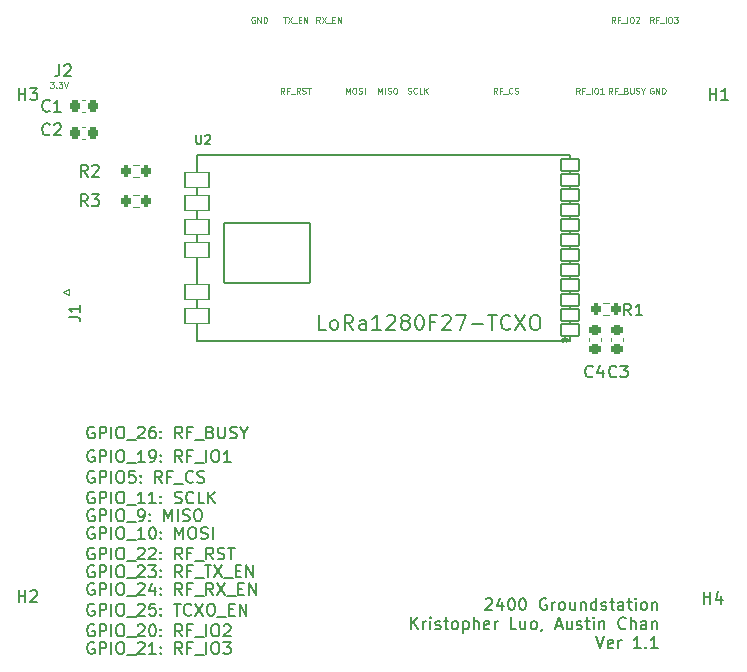
<source format=gto>
%TF.GenerationSoftware,KiCad,Pcbnew,9.0.1*%
%TF.CreationDate,2025-04-06T12:30:08-07:00*%
%TF.ProjectId,Groundstation_2400_Hat,47726f75-6e64-4737-9461-74696f6e5f32,1.1*%
%TF.SameCoordinates,Original*%
%TF.FileFunction,Legend,Top*%
%TF.FilePolarity,Positive*%
%FSLAX46Y46*%
G04 Gerber Fmt 4.6, Leading zero omitted, Abs format (unit mm)*
G04 Created by KiCad (PCBNEW 9.0.1) date 2025-04-06 12:30:08*
%MOMM*%
%LPD*%
G01*
G04 APERTURE LIST*
G04 Aperture macros list*
%AMRoundRect*
0 Rectangle with rounded corners*
0 $1 Rounding radius*
0 $2 $3 $4 $5 $6 $7 $8 $9 X,Y pos of 4 corners*
0 Add a 4 corners polygon primitive as box body*
4,1,4,$2,$3,$4,$5,$6,$7,$8,$9,$2,$3,0*
0 Add four circle primitives for the rounded corners*
1,1,$1+$1,$2,$3*
1,1,$1+$1,$4,$5*
1,1,$1+$1,$6,$7*
1,1,$1+$1,$8,$9*
0 Add four rect primitives between the rounded corners*
20,1,$1+$1,$2,$3,$4,$5,0*
20,1,$1+$1,$4,$5,$6,$7,0*
20,1,$1+$1,$6,$7,$8,$9,0*
20,1,$1+$1,$8,$9,$2,$3,0*%
G04 Aperture macros list end*
%ADD10C,0.125000*%
%ADD11C,0.150000*%
%ADD12C,0.127000*%
%ADD13C,0.120000*%
%ADD14RoundRect,0.225000X-0.225000X-0.250000X0.225000X-0.250000X0.225000X0.250000X-0.225000X0.250000X0*%
%ADD15RoundRect,0.225000X-0.250000X0.225000X-0.250000X-0.225000X0.250000X-0.225000X0.250000X0.225000X0*%
%ADD16RoundRect,0.200000X-0.200000X-0.275000X0.200000X-0.275000X0.200000X0.275000X-0.200000X0.275000X0*%
%ADD17C,4.700000*%
%ADD18RoundRect,0.063500X0.750000X0.487500X-0.750000X0.487500X-0.750000X-0.487500X0.750000X-0.487500X0*%
%ADD19RoundRect,0.063500X1.000000X0.650000X-1.000000X0.650000X-1.000000X-0.650000X1.000000X-0.650000X0*%
%ADD20RoundRect,0.063500X3.650000X2.550000X-3.650000X2.550000X-3.650000X-2.550000X3.650000X-2.550000X0*%
%ADD21R,5.080000X1.500000*%
%ADD22R,5.040000X3.000000*%
%ADD23R,5.080000X3.000000*%
%ADD24RoundRect,0.200000X0.200000X0.275000X-0.200000X0.275000X-0.200000X-0.275000X0.200000X-0.275000X0*%
%ADD25R,1.700000X1.700000*%
%ADD26O,1.700000X1.700000*%
G04 APERTURE END LIST*
D10*
X143236997Y-106932309D02*
X143070331Y-106694214D01*
X142951283Y-106932309D02*
X142951283Y-106432309D01*
X142951283Y-106432309D02*
X143141759Y-106432309D01*
X143141759Y-106432309D02*
X143189378Y-106456119D01*
X143189378Y-106456119D02*
X143213188Y-106479928D01*
X143213188Y-106479928D02*
X143236997Y-106527547D01*
X143236997Y-106527547D02*
X143236997Y-106598976D01*
X143236997Y-106598976D02*
X143213188Y-106646595D01*
X143213188Y-106646595D02*
X143189378Y-106670404D01*
X143189378Y-106670404D02*
X143141759Y-106694214D01*
X143141759Y-106694214D02*
X142951283Y-106694214D01*
X143617950Y-106670404D02*
X143451283Y-106670404D01*
X143451283Y-106932309D02*
X143451283Y-106432309D01*
X143451283Y-106432309D02*
X143689378Y-106432309D01*
X143760807Y-106979928D02*
X144141759Y-106979928D01*
X144546520Y-106884690D02*
X144522711Y-106908500D01*
X144522711Y-106908500D02*
X144451282Y-106932309D01*
X144451282Y-106932309D02*
X144403663Y-106932309D01*
X144403663Y-106932309D02*
X144332235Y-106908500D01*
X144332235Y-106908500D02*
X144284616Y-106860880D01*
X144284616Y-106860880D02*
X144260806Y-106813261D01*
X144260806Y-106813261D02*
X144236997Y-106718023D01*
X144236997Y-106718023D02*
X144236997Y-106646595D01*
X144236997Y-106646595D02*
X144260806Y-106551357D01*
X144260806Y-106551357D02*
X144284616Y-106503738D01*
X144284616Y-106503738D02*
X144332235Y-106456119D01*
X144332235Y-106456119D02*
X144403663Y-106432309D01*
X144403663Y-106432309D02*
X144451282Y-106432309D01*
X144451282Y-106432309D02*
X144522711Y-106456119D01*
X144522711Y-106456119D02*
X144546520Y-106479928D01*
X144736997Y-106908500D02*
X144808425Y-106932309D01*
X144808425Y-106932309D02*
X144927473Y-106932309D01*
X144927473Y-106932309D02*
X144975092Y-106908500D01*
X144975092Y-106908500D02*
X144998901Y-106884690D01*
X144998901Y-106884690D02*
X145022711Y-106837071D01*
X145022711Y-106837071D02*
X145022711Y-106789452D01*
X145022711Y-106789452D02*
X144998901Y-106741833D01*
X144998901Y-106741833D02*
X144975092Y-106718023D01*
X144975092Y-106718023D02*
X144927473Y-106694214D01*
X144927473Y-106694214D02*
X144832235Y-106670404D01*
X144832235Y-106670404D02*
X144784616Y-106646595D01*
X144784616Y-106646595D02*
X144760806Y-106622785D01*
X144760806Y-106622785D02*
X144736997Y-106575166D01*
X144736997Y-106575166D02*
X144736997Y-106527547D01*
X144736997Y-106527547D02*
X144760806Y-106479928D01*
X144760806Y-106479928D02*
X144784616Y-106456119D01*
X144784616Y-106456119D02*
X144832235Y-106432309D01*
X144832235Y-106432309D02*
X144951282Y-106432309D01*
X144951282Y-106432309D02*
X145022711Y-106456119D01*
X122713188Y-100456119D02*
X122665569Y-100432309D01*
X122665569Y-100432309D02*
X122594140Y-100432309D01*
X122594140Y-100432309D02*
X122522712Y-100456119D01*
X122522712Y-100456119D02*
X122475093Y-100503738D01*
X122475093Y-100503738D02*
X122451283Y-100551357D01*
X122451283Y-100551357D02*
X122427474Y-100646595D01*
X122427474Y-100646595D02*
X122427474Y-100718023D01*
X122427474Y-100718023D02*
X122451283Y-100813261D01*
X122451283Y-100813261D02*
X122475093Y-100860880D01*
X122475093Y-100860880D02*
X122522712Y-100908500D01*
X122522712Y-100908500D02*
X122594140Y-100932309D01*
X122594140Y-100932309D02*
X122641759Y-100932309D01*
X122641759Y-100932309D02*
X122713188Y-100908500D01*
X122713188Y-100908500D02*
X122736997Y-100884690D01*
X122736997Y-100884690D02*
X122736997Y-100718023D01*
X122736997Y-100718023D02*
X122641759Y-100718023D01*
X122951283Y-100932309D02*
X122951283Y-100432309D01*
X122951283Y-100432309D02*
X123236997Y-100932309D01*
X123236997Y-100932309D02*
X123236997Y-100432309D01*
X123475093Y-100932309D02*
X123475093Y-100432309D01*
X123475093Y-100432309D02*
X123594141Y-100432309D01*
X123594141Y-100432309D02*
X123665569Y-100456119D01*
X123665569Y-100456119D02*
X123713188Y-100503738D01*
X123713188Y-100503738D02*
X123736998Y-100551357D01*
X123736998Y-100551357D02*
X123760807Y-100646595D01*
X123760807Y-100646595D02*
X123760807Y-100718023D01*
X123760807Y-100718023D02*
X123736998Y-100813261D01*
X123736998Y-100813261D02*
X123713188Y-100860880D01*
X123713188Y-100860880D02*
X123665569Y-100908500D01*
X123665569Y-100908500D02*
X123594141Y-100932309D01*
X123594141Y-100932309D02*
X123475093Y-100932309D01*
D11*
X109110588Y-148417438D02*
X109015350Y-148369819D01*
X109015350Y-148369819D02*
X108872493Y-148369819D01*
X108872493Y-148369819D02*
X108729636Y-148417438D01*
X108729636Y-148417438D02*
X108634398Y-148512676D01*
X108634398Y-148512676D02*
X108586779Y-148607914D01*
X108586779Y-148607914D02*
X108539160Y-148798390D01*
X108539160Y-148798390D02*
X108539160Y-148941247D01*
X108539160Y-148941247D02*
X108586779Y-149131723D01*
X108586779Y-149131723D02*
X108634398Y-149226961D01*
X108634398Y-149226961D02*
X108729636Y-149322200D01*
X108729636Y-149322200D02*
X108872493Y-149369819D01*
X108872493Y-149369819D02*
X108967731Y-149369819D01*
X108967731Y-149369819D02*
X109110588Y-149322200D01*
X109110588Y-149322200D02*
X109158207Y-149274580D01*
X109158207Y-149274580D02*
X109158207Y-148941247D01*
X109158207Y-148941247D02*
X108967731Y-148941247D01*
X109586779Y-149369819D02*
X109586779Y-148369819D01*
X109586779Y-148369819D02*
X109967731Y-148369819D01*
X109967731Y-148369819D02*
X110062969Y-148417438D01*
X110062969Y-148417438D02*
X110110588Y-148465057D01*
X110110588Y-148465057D02*
X110158207Y-148560295D01*
X110158207Y-148560295D02*
X110158207Y-148703152D01*
X110158207Y-148703152D02*
X110110588Y-148798390D01*
X110110588Y-148798390D02*
X110062969Y-148846009D01*
X110062969Y-148846009D02*
X109967731Y-148893628D01*
X109967731Y-148893628D02*
X109586779Y-148893628D01*
X110586779Y-149369819D02*
X110586779Y-148369819D01*
X111253445Y-148369819D02*
X111443921Y-148369819D01*
X111443921Y-148369819D02*
X111539159Y-148417438D01*
X111539159Y-148417438D02*
X111634397Y-148512676D01*
X111634397Y-148512676D02*
X111682016Y-148703152D01*
X111682016Y-148703152D02*
X111682016Y-149036485D01*
X111682016Y-149036485D02*
X111634397Y-149226961D01*
X111634397Y-149226961D02*
X111539159Y-149322200D01*
X111539159Y-149322200D02*
X111443921Y-149369819D01*
X111443921Y-149369819D02*
X111253445Y-149369819D01*
X111253445Y-149369819D02*
X111158207Y-149322200D01*
X111158207Y-149322200D02*
X111062969Y-149226961D01*
X111062969Y-149226961D02*
X111015350Y-149036485D01*
X111015350Y-149036485D02*
X111015350Y-148703152D01*
X111015350Y-148703152D02*
X111062969Y-148512676D01*
X111062969Y-148512676D02*
X111158207Y-148417438D01*
X111158207Y-148417438D02*
X111253445Y-148369819D01*
X111872493Y-149465057D02*
X112634397Y-149465057D01*
X112824874Y-148465057D02*
X112872493Y-148417438D01*
X112872493Y-148417438D02*
X112967731Y-148369819D01*
X112967731Y-148369819D02*
X113205826Y-148369819D01*
X113205826Y-148369819D02*
X113301064Y-148417438D01*
X113301064Y-148417438D02*
X113348683Y-148465057D01*
X113348683Y-148465057D02*
X113396302Y-148560295D01*
X113396302Y-148560295D02*
X113396302Y-148655533D01*
X113396302Y-148655533D02*
X113348683Y-148798390D01*
X113348683Y-148798390D02*
X112777255Y-149369819D01*
X112777255Y-149369819D02*
X113396302Y-149369819D01*
X114253445Y-148703152D02*
X114253445Y-149369819D01*
X114015350Y-148322200D02*
X113777255Y-149036485D01*
X113777255Y-149036485D02*
X114396302Y-149036485D01*
X114777255Y-149274580D02*
X114824874Y-149322200D01*
X114824874Y-149322200D02*
X114777255Y-149369819D01*
X114777255Y-149369819D02*
X114729636Y-149322200D01*
X114729636Y-149322200D02*
X114777255Y-149274580D01*
X114777255Y-149274580D02*
X114777255Y-149369819D01*
X114777255Y-148750771D02*
X114824874Y-148798390D01*
X114824874Y-148798390D02*
X114777255Y-148846009D01*
X114777255Y-148846009D02*
X114729636Y-148798390D01*
X114729636Y-148798390D02*
X114777255Y-148750771D01*
X114777255Y-148750771D02*
X114777255Y-148846009D01*
X116586778Y-149369819D02*
X116253445Y-148893628D01*
X116015350Y-149369819D02*
X116015350Y-148369819D01*
X116015350Y-148369819D02*
X116396302Y-148369819D01*
X116396302Y-148369819D02*
X116491540Y-148417438D01*
X116491540Y-148417438D02*
X116539159Y-148465057D01*
X116539159Y-148465057D02*
X116586778Y-148560295D01*
X116586778Y-148560295D02*
X116586778Y-148703152D01*
X116586778Y-148703152D02*
X116539159Y-148798390D01*
X116539159Y-148798390D02*
X116491540Y-148846009D01*
X116491540Y-148846009D02*
X116396302Y-148893628D01*
X116396302Y-148893628D02*
X116015350Y-148893628D01*
X117348683Y-148846009D02*
X117015350Y-148846009D01*
X117015350Y-149369819D02*
X117015350Y-148369819D01*
X117015350Y-148369819D02*
X117491540Y-148369819D01*
X117634398Y-149465057D02*
X118396302Y-149465057D01*
X119205826Y-149369819D02*
X118872493Y-148893628D01*
X118634398Y-149369819D02*
X118634398Y-148369819D01*
X118634398Y-148369819D02*
X119015350Y-148369819D01*
X119015350Y-148369819D02*
X119110588Y-148417438D01*
X119110588Y-148417438D02*
X119158207Y-148465057D01*
X119158207Y-148465057D02*
X119205826Y-148560295D01*
X119205826Y-148560295D02*
X119205826Y-148703152D01*
X119205826Y-148703152D02*
X119158207Y-148798390D01*
X119158207Y-148798390D02*
X119110588Y-148846009D01*
X119110588Y-148846009D02*
X119015350Y-148893628D01*
X119015350Y-148893628D02*
X118634398Y-148893628D01*
X119539160Y-148369819D02*
X120205826Y-149369819D01*
X120205826Y-148369819D02*
X119539160Y-149369819D01*
X120348684Y-149465057D02*
X121110588Y-149465057D01*
X121348684Y-148846009D02*
X121682017Y-148846009D01*
X121824874Y-149369819D02*
X121348684Y-149369819D01*
X121348684Y-149369819D02*
X121348684Y-148369819D01*
X121348684Y-148369819D02*
X121824874Y-148369819D01*
X122253446Y-149369819D02*
X122253446Y-148369819D01*
X122253446Y-148369819D02*
X122824874Y-149369819D01*
X122824874Y-149369819D02*
X122824874Y-148369819D01*
X109110588Y-140667438D02*
X109015350Y-140619819D01*
X109015350Y-140619819D02*
X108872493Y-140619819D01*
X108872493Y-140619819D02*
X108729636Y-140667438D01*
X108729636Y-140667438D02*
X108634398Y-140762676D01*
X108634398Y-140762676D02*
X108586779Y-140857914D01*
X108586779Y-140857914D02*
X108539160Y-141048390D01*
X108539160Y-141048390D02*
X108539160Y-141191247D01*
X108539160Y-141191247D02*
X108586779Y-141381723D01*
X108586779Y-141381723D02*
X108634398Y-141476961D01*
X108634398Y-141476961D02*
X108729636Y-141572200D01*
X108729636Y-141572200D02*
X108872493Y-141619819D01*
X108872493Y-141619819D02*
X108967731Y-141619819D01*
X108967731Y-141619819D02*
X109110588Y-141572200D01*
X109110588Y-141572200D02*
X109158207Y-141524580D01*
X109158207Y-141524580D02*
X109158207Y-141191247D01*
X109158207Y-141191247D02*
X108967731Y-141191247D01*
X109586779Y-141619819D02*
X109586779Y-140619819D01*
X109586779Y-140619819D02*
X109967731Y-140619819D01*
X109967731Y-140619819D02*
X110062969Y-140667438D01*
X110062969Y-140667438D02*
X110110588Y-140715057D01*
X110110588Y-140715057D02*
X110158207Y-140810295D01*
X110158207Y-140810295D02*
X110158207Y-140953152D01*
X110158207Y-140953152D02*
X110110588Y-141048390D01*
X110110588Y-141048390D02*
X110062969Y-141096009D01*
X110062969Y-141096009D02*
X109967731Y-141143628D01*
X109967731Y-141143628D02*
X109586779Y-141143628D01*
X110586779Y-141619819D02*
X110586779Y-140619819D01*
X111253445Y-140619819D02*
X111443921Y-140619819D01*
X111443921Y-140619819D02*
X111539159Y-140667438D01*
X111539159Y-140667438D02*
X111634397Y-140762676D01*
X111634397Y-140762676D02*
X111682016Y-140953152D01*
X111682016Y-140953152D02*
X111682016Y-141286485D01*
X111682016Y-141286485D02*
X111634397Y-141476961D01*
X111634397Y-141476961D02*
X111539159Y-141572200D01*
X111539159Y-141572200D02*
X111443921Y-141619819D01*
X111443921Y-141619819D02*
X111253445Y-141619819D01*
X111253445Y-141619819D02*
X111158207Y-141572200D01*
X111158207Y-141572200D02*
X111062969Y-141476961D01*
X111062969Y-141476961D02*
X111015350Y-141286485D01*
X111015350Y-141286485D02*
X111015350Y-140953152D01*
X111015350Y-140953152D02*
X111062969Y-140762676D01*
X111062969Y-140762676D02*
X111158207Y-140667438D01*
X111158207Y-140667438D02*
X111253445Y-140619819D01*
X111872493Y-141715057D02*
X112634397Y-141715057D01*
X113396302Y-141619819D02*
X112824874Y-141619819D01*
X113110588Y-141619819D02*
X113110588Y-140619819D01*
X113110588Y-140619819D02*
X113015350Y-140762676D01*
X113015350Y-140762676D02*
X112920112Y-140857914D01*
X112920112Y-140857914D02*
X112824874Y-140905533D01*
X114348683Y-141619819D02*
X113777255Y-141619819D01*
X114062969Y-141619819D02*
X114062969Y-140619819D01*
X114062969Y-140619819D02*
X113967731Y-140762676D01*
X113967731Y-140762676D02*
X113872493Y-140857914D01*
X113872493Y-140857914D02*
X113777255Y-140905533D01*
X114777255Y-141524580D02*
X114824874Y-141572200D01*
X114824874Y-141572200D02*
X114777255Y-141619819D01*
X114777255Y-141619819D02*
X114729636Y-141572200D01*
X114729636Y-141572200D02*
X114777255Y-141524580D01*
X114777255Y-141524580D02*
X114777255Y-141619819D01*
X114777255Y-141000771D02*
X114824874Y-141048390D01*
X114824874Y-141048390D02*
X114777255Y-141096009D01*
X114777255Y-141096009D02*
X114729636Y-141048390D01*
X114729636Y-141048390D02*
X114777255Y-141000771D01*
X114777255Y-141000771D02*
X114777255Y-141096009D01*
X115967731Y-141572200D02*
X116110588Y-141619819D01*
X116110588Y-141619819D02*
X116348683Y-141619819D01*
X116348683Y-141619819D02*
X116443921Y-141572200D01*
X116443921Y-141572200D02*
X116491540Y-141524580D01*
X116491540Y-141524580D02*
X116539159Y-141429342D01*
X116539159Y-141429342D02*
X116539159Y-141334104D01*
X116539159Y-141334104D02*
X116491540Y-141238866D01*
X116491540Y-141238866D02*
X116443921Y-141191247D01*
X116443921Y-141191247D02*
X116348683Y-141143628D01*
X116348683Y-141143628D02*
X116158207Y-141096009D01*
X116158207Y-141096009D02*
X116062969Y-141048390D01*
X116062969Y-141048390D02*
X116015350Y-141000771D01*
X116015350Y-141000771D02*
X115967731Y-140905533D01*
X115967731Y-140905533D02*
X115967731Y-140810295D01*
X115967731Y-140810295D02*
X116015350Y-140715057D01*
X116015350Y-140715057D02*
X116062969Y-140667438D01*
X116062969Y-140667438D02*
X116158207Y-140619819D01*
X116158207Y-140619819D02*
X116396302Y-140619819D01*
X116396302Y-140619819D02*
X116539159Y-140667438D01*
X117539159Y-141524580D02*
X117491540Y-141572200D01*
X117491540Y-141572200D02*
X117348683Y-141619819D01*
X117348683Y-141619819D02*
X117253445Y-141619819D01*
X117253445Y-141619819D02*
X117110588Y-141572200D01*
X117110588Y-141572200D02*
X117015350Y-141476961D01*
X117015350Y-141476961D02*
X116967731Y-141381723D01*
X116967731Y-141381723D02*
X116920112Y-141191247D01*
X116920112Y-141191247D02*
X116920112Y-141048390D01*
X116920112Y-141048390D02*
X116967731Y-140857914D01*
X116967731Y-140857914D02*
X117015350Y-140762676D01*
X117015350Y-140762676D02*
X117110588Y-140667438D01*
X117110588Y-140667438D02*
X117253445Y-140619819D01*
X117253445Y-140619819D02*
X117348683Y-140619819D01*
X117348683Y-140619819D02*
X117491540Y-140667438D01*
X117491540Y-140667438D02*
X117539159Y-140715057D01*
X118443921Y-141619819D02*
X117967731Y-141619819D01*
X117967731Y-141619819D02*
X117967731Y-140619819D01*
X118777255Y-141619819D02*
X118777255Y-140619819D01*
X119348683Y-141619819D02*
X118920112Y-141048390D01*
X119348683Y-140619819D02*
X118777255Y-141191247D01*
D10*
X153236997Y-100932309D02*
X153070331Y-100694214D01*
X152951283Y-100932309D02*
X152951283Y-100432309D01*
X152951283Y-100432309D02*
X153141759Y-100432309D01*
X153141759Y-100432309D02*
X153189378Y-100456119D01*
X153189378Y-100456119D02*
X153213188Y-100479928D01*
X153213188Y-100479928D02*
X153236997Y-100527547D01*
X153236997Y-100527547D02*
X153236997Y-100598976D01*
X153236997Y-100598976D02*
X153213188Y-100646595D01*
X153213188Y-100646595D02*
X153189378Y-100670404D01*
X153189378Y-100670404D02*
X153141759Y-100694214D01*
X153141759Y-100694214D02*
X152951283Y-100694214D01*
X153617950Y-100670404D02*
X153451283Y-100670404D01*
X153451283Y-100932309D02*
X153451283Y-100432309D01*
X153451283Y-100432309D02*
X153689378Y-100432309D01*
X153760807Y-100979928D02*
X154141759Y-100979928D01*
X154260806Y-100932309D02*
X154260806Y-100432309D01*
X154594139Y-100432309D02*
X154689377Y-100432309D01*
X154689377Y-100432309D02*
X154736996Y-100456119D01*
X154736996Y-100456119D02*
X154784615Y-100503738D01*
X154784615Y-100503738D02*
X154808425Y-100598976D01*
X154808425Y-100598976D02*
X154808425Y-100765642D01*
X154808425Y-100765642D02*
X154784615Y-100860880D01*
X154784615Y-100860880D02*
X154736996Y-100908500D01*
X154736996Y-100908500D02*
X154689377Y-100932309D01*
X154689377Y-100932309D02*
X154594139Y-100932309D01*
X154594139Y-100932309D02*
X154546520Y-100908500D01*
X154546520Y-100908500D02*
X154498901Y-100860880D01*
X154498901Y-100860880D02*
X154475092Y-100765642D01*
X154475092Y-100765642D02*
X154475092Y-100598976D01*
X154475092Y-100598976D02*
X154498901Y-100503738D01*
X154498901Y-100503738D02*
X154546520Y-100456119D01*
X154546520Y-100456119D02*
X154594139Y-100432309D01*
X154998902Y-100479928D02*
X155022711Y-100456119D01*
X155022711Y-100456119D02*
X155070330Y-100432309D01*
X155070330Y-100432309D02*
X155189378Y-100432309D01*
X155189378Y-100432309D02*
X155236997Y-100456119D01*
X155236997Y-100456119D02*
X155260806Y-100479928D01*
X155260806Y-100479928D02*
X155284616Y-100527547D01*
X155284616Y-100527547D02*
X155284616Y-100575166D01*
X155284616Y-100575166D02*
X155260806Y-100646595D01*
X155260806Y-100646595D02*
X154975092Y-100932309D01*
X154975092Y-100932309D02*
X155284616Y-100932309D01*
D11*
X109110588Y-135167438D02*
X109015350Y-135119819D01*
X109015350Y-135119819D02*
X108872493Y-135119819D01*
X108872493Y-135119819D02*
X108729636Y-135167438D01*
X108729636Y-135167438D02*
X108634398Y-135262676D01*
X108634398Y-135262676D02*
X108586779Y-135357914D01*
X108586779Y-135357914D02*
X108539160Y-135548390D01*
X108539160Y-135548390D02*
X108539160Y-135691247D01*
X108539160Y-135691247D02*
X108586779Y-135881723D01*
X108586779Y-135881723D02*
X108634398Y-135976961D01*
X108634398Y-135976961D02*
X108729636Y-136072200D01*
X108729636Y-136072200D02*
X108872493Y-136119819D01*
X108872493Y-136119819D02*
X108967731Y-136119819D01*
X108967731Y-136119819D02*
X109110588Y-136072200D01*
X109110588Y-136072200D02*
X109158207Y-136024580D01*
X109158207Y-136024580D02*
X109158207Y-135691247D01*
X109158207Y-135691247D02*
X108967731Y-135691247D01*
X109586779Y-136119819D02*
X109586779Y-135119819D01*
X109586779Y-135119819D02*
X109967731Y-135119819D01*
X109967731Y-135119819D02*
X110062969Y-135167438D01*
X110062969Y-135167438D02*
X110110588Y-135215057D01*
X110110588Y-135215057D02*
X110158207Y-135310295D01*
X110158207Y-135310295D02*
X110158207Y-135453152D01*
X110158207Y-135453152D02*
X110110588Y-135548390D01*
X110110588Y-135548390D02*
X110062969Y-135596009D01*
X110062969Y-135596009D02*
X109967731Y-135643628D01*
X109967731Y-135643628D02*
X109586779Y-135643628D01*
X110586779Y-136119819D02*
X110586779Y-135119819D01*
X111253445Y-135119819D02*
X111443921Y-135119819D01*
X111443921Y-135119819D02*
X111539159Y-135167438D01*
X111539159Y-135167438D02*
X111634397Y-135262676D01*
X111634397Y-135262676D02*
X111682016Y-135453152D01*
X111682016Y-135453152D02*
X111682016Y-135786485D01*
X111682016Y-135786485D02*
X111634397Y-135976961D01*
X111634397Y-135976961D02*
X111539159Y-136072200D01*
X111539159Y-136072200D02*
X111443921Y-136119819D01*
X111443921Y-136119819D02*
X111253445Y-136119819D01*
X111253445Y-136119819D02*
X111158207Y-136072200D01*
X111158207Y-136072200D02*
X111062969Y-135976961D01*
X111062969Y-135976961D02*
X111015350Y-135786485D01*
X111015350Y-135786485D02*
X111015350Y-135453152D01*
X111015350Y-135453152D02*
X111062969Y-135262676D01*
X111062969Y-135262676D02*
X111158207Y-135167438D01*
X111158207Y-135167438D02*
X111253445Y-135119819D01*
X111872493Y-136215057D02*
X112634397Y-136215057D01*
X112824874Y-135215057D02*
X112872493Y-135167438D01*
X112872493Y-135167438D02*
X112967731Y-135119819D01*
X112967731Y-135119819D02*
X113205826Y-135119819D01*
X113205826Y-135119819D02*
X113301064Y-135167438D01*
X113301064Y-135167438D02*
X113348683Y-135215057D01*
X113348683Y-135215057D02*
X113396302Y-135310295D01*
X113396302Y-135310295D02*
X113396302Y-135405533D01*
X113396302Y-135405533D02*
X113348683Y-135548390D01*
X113348683Y-135548390D02*
X112777255Y-136119819D01*
X112777255Y-136119819D02*
X113396302Y-136119819D01*
X114253445Y-135119819D02*
X114062969Y-135119819D01*
X114062969Y-135119819D02*
X113967731Y-135167438D01*
X113967731Y-135167438D02*
X113920112Y-135215057D01*
X113920112Y-135215057D02*
X113824874Y-135357914D01*
X113824874Y-135357914D02*
X113777255Y-135548390D01*
X113777255Y-135548390D02*
X113777255Y-135929342D01*
X113777255Y-135929342D02*
X113824874Y-136024580D01*
X113824874Y-136024580D02*
X113872493Y-136072200D01*
X113872493Y-136072200D02*
X113967731Y-136119819D01*
X113967731Y-136119819D02*
X114158207Y-136119819D01*
X114158207Y-136119819D02*
X114253445Y-136072200D01*
X114253445Y-136072200D02*
X114301064Y-136024580D01*
X114301064Y-136024580D02*
X114348683Y-135929342D01*
X114348683Y-135929342D02*
X114348683Y-135691247D01*
X114348683Y-135691247D02*
X114301064Y-135596009D01*
X114301064Y-135596009D02*
X114253445Y-135548390D01*
X114253445Y-135548390D02*
X114158207Y-135500771D01*
X114158207Y-135500771D02*
X113967731Y-135500771D01*
X113967731Y-135500771D02*
X113872493Y-135548390D01*
X113872493Y-135548390D02*
X113824874Y-135596009D01*
X113824874Y-135596009D02*
X113777255Y-135691247D01*
X114777255Y-136024580D02*
X114824874Y-136072200D01*
X114824874Y-136072200D02*
X114777255Y-136119819D01*
X114777255Y-136119819D02*
X114729636Y-136072200D01*
X114729636Y-136072200D02*
X114777255Y-136024580D01*
X114777255Y-136024580D02*
X114777255Y-136119819D01*
X114777255Y-135500771D02*
X114824874Y-135548390D01*
X114824874Y-135548390D02*
X114777255Y-135596009D01*
X114777255Y-135596009D02*
X114729636Y-135548390D01*
X114729636Y-135548390D02*
X114777255Y-135500771D01*
X114777255Y-135500771D02*
X114777255Y-135596009D01*
X116586778Y-136119819D02*
X116253445Y-135643628D01*
X116015350Y-136119819D02*
X116015350Y-135119819D01*
X116015350Y-135119819D02*
X116396302Y-135119819D01*
X116396302Y-135119819D02*
X116491540Y-135167438D01*
X116491540Y-135167438D02*
X116539159Y-135215057D01*
X116539159Y-135215057D02*
X116586778Y-135310295D01*
X116586778Y-135310295D02*
X116586778Y-135453152D01*
X116586778Y-135453152D02*
X116539159Y-135548390D01*
X116539159Y-135548390D02*
X116491540Y-135596009D01*
X116491540Y-135596009D02*
X116396302Y-135643628D01*
X116396302Y-135643628D02*
X116015350Y-135643628D01*
X117348683Y-135596009D02*
X117015350Y-135596009D01*
X117015350Y-136119819D02*
X117015350Y-135119819D01*
X117015350Y-135119819D02*
X117491540Y-135119819D01*
X117634398Y-136215057D02*
X118396302Y-136215057D01*
X118967731Y-135596009D02*
X119110588Y-135643628D01*
X119110588Y-135643628D02*
X119158207Y-135691247D01*
X119158207Y-135691247D02*
X119205826Y-135786485D01*
X119205826Y-135786485D02*
X119205826Y-135929342D01*
X119205826Y-135929342D02*
X119158207Y-136024580D01*
X119158207Y-136024580D02*
X119110588Y-136072200D01*
X119110588Y-136072200D02*
X119015350Y-136119819D01*
X119015350Y-136119819D02*
X118634398Y-136119819D01*
X118634398Y-136119819D02*
X118634398Y-135119819D01*
X118634398Y-135119819D02*
X118967731Y-135119819D01*
X118967731Y-135119819D02*
X119062969Y-135167438D01*
X119062969Y-135167438D02*
X119110588Y-135215057D01*
X119110588Y-135215057D02*
X119158207Y-135310295D01*
X119158207Y-135310295D02*
X119158207Y-135405533D01*
X119158207Y-135405533D02*
X119110588Y-135500771D01*
X119110588Y-135500771D02*
X119062969Y-135548390D01*
X119062969Y-135548390D02*
X118967731Y-135596009D01*
X118967731Y-135596009D02*
X118634398Y-135596009D01*
X119634398Y-135119819D02*
X119634398Y-135929342D01*
X119634398Y-135929342D02*
X119682017Y-136024580D01*
X119682017Y-136024580D02*
X119729636Y-136072200D01*
X119729636Y-136072200D02*
X119824874Y-136119819D01*
X119824874Y-136119819D02*
X120015350Y-136119819D01*
X120015350Y-136119819D02*
X120110588Y-136072200D01*
X120110588Y-136072200D02*
X120158207Y-136024580D01*
X120158207Y-136024580D02*
X120205826Y-135929342D01*
X120205826Y-135929342D02*
X120205826Y-135119819D01*
X120634398Y-136072200D02*
X120777255Y-136119819D01*
X120777255Y-136119819D02*
X121015350Y-136119819D01*
X121015350Y-136119819D02*
X121110588Y-136072200D01*
X121110588Y-136072200D02*
X121158207Y-136024580D01*
X121158207Y-136024580D02*
X121205826Y-135929342D01*
X121205826Y-135929342D02*
X121205826Y-135834104D01*
X121205826Y-135834104D02*
X121158207Y-135738866D01*
X121158207Y-135738866D02*
X121110588Y-135691247D01*
X121110588Y-135691247D02*
X121015350Y-135643628D01*
X121015350Y-135643628D02*
X120824874Y-135596009D01*
X120824874Y-135596009D02*
X120729636Y-135548390D01*
X120729636Y-135548390D02*
X120682017Y-135500771D01*
X120682017Y-135500771D02*
X120634398Y-135405533D01*
X120634398Y-135405533D02*
X120634398Y-135310295D01*
X120634398Y-135310295D02*
X120682017Y-135215057D01*
X120682017Y-135215057D02*
X120729636Y-135167438D01*
X120729636Y-135167438D02*
X120824874Y-135119819D01*
X120824874Y-135119819D02*
X121062969Y-135119819D01*
X121062969Y-135119819D02*
X121205826Y-135167438D01*
X121824874Y-135643628D02*
X121824874Y-136119819D01*
X121491541Y-135119819D02*
X121824874Y-135643628D01*
X121824874Y-135643628D02*
X122158207Y-135119819D01*
X109110588Y-142167438D02*
X109015350Y-142119819D01*
X109015350Y-142119819D02*
X108872493Y-142119819D01*
X108872493Y-142119819D02*
X108729636Y-142167438D01*
X108729636Y-142167438D02*
X108634398Y-142262676D01*
X108634398Y-142262676D02*
X108586779Y-142357914D01*
X108586779Y-142357914D02*
X108539160Y-142548390D01*
X108539160Y-142548390D02*
X108539160Y-142691247D01*
X108539160Y-142691247D02*
X108586779Y-142881723D01*
X108586779Y-142881723D02*
X108634398Y-142976961D01*
X108634398Y-142976961D02*
X108729636Y-143072200D01*
X108729636Y-143072200D02*
X108872493Y-143119819D01*
X108872493Y-143119819D02*
X108967731Y-143119819D01*
X108967731Y-143119819D02*
X109110588Y-143072200D01*
X109110588Y-143072200D02*
X109158207Y-143024580D01*
X109158207Y-143024580D02*
X109158207Y-142691247D01*
X109158207Y-142691247D02*
X108967731Y-142691247D01*
X109586779Y-143119819D02*
X109586779Y-142119819D01*
X109586779Y-142119819D02*
X109967731Y-142119819D01*
X109967731Y-142119819D02*
X110062969Y-142167438D01*
X110062969Y-142167438D02*
X110110588Y-142215057D01*
X110110588Y-142215057D02*
X110158207Y-142310295D01*
X110158207Y-142310295D02*
X110158207Y-142453152D01*
X110158207Y-142453152D02*
X110110588Y-142548390D01*
X110110588Y-142548390D02*
X110062969Y-142596009D01*
X110062969Y-142596009D02*
X109967731Y-142643628D01*
X109967731Y-142643628D02*
X109586779Y-142643628D01*
X110586779Y-143119819D02*
X110586779Y-142119819D01*
X111253445Y-142119819D02*
X111443921Y-142119819D01*
X111443921Y-142119819D02*
X111539159Y-142167438D01*
X111539159Y-142167438D02*
X111634397Y-142262676D01*
X111634397Y-142262676D02*
X111682016Y-142453152D01*
X111682016Y-142453152D02*
X111682016Y-142786485D01*
X111682016Y-142786485D02*
X111634397Y-142976961D01*
X111634397Y-142976961D02*
X111539159Y-143072200D01*
X111539159Y-143072200D02*
X111443921Y-143119819D01*
X111443921Y-143119819D02*
X111253445Y-143119819D01*
X111253445Y-143119819D02*
X111158207Y-143072200D01*
X111158207Y-143072200D02*
X111062969Y-142976961D01*
X111062969Y-142976961D02*
X111015350Y-142786485D01*
X111015350Y-142786485D02*
X111015350Y-142453152D01*
X111015350Y-142453152D02*
X111062969Y-142262676D01*
X111062969Y-142262676D02*
X111158207Y-142167438D01*
X111158207Y-142167438D02*
X111253445Y-142119819D01*
X111872493Y-143215057D02*
X112634397Y-143215057D01*
X112920112Y-143119819D02*
X113110588Y-143119819D01*
X113110588Y-143119819D02*
X113205826Y-143072200D01*
X113205826Y-143072200D02*
X113253445Y-143024580D01*
X113253445Y-143024580D02*
X113348683Y-142881723D01*
X113348683Y-142881723D02*
X113396302Y-142691247D01*
X113396302Y-142691247D02*
X113396302Y-142310295D01*
X113396302Y-142310295D02*
X113348683Y-142215057D01*
X113348683Y-142215057D02*
X113301064Y-142167438D01*
X113301064Y-142167438D02*
X113205826Y-142119819D01*
X113205826Y-142119819D02*
X113015350Y-142119819D01*
X113015350Y-142119819D02*
X112920112Y-142167438D01*
X112920112Y-142167438D02*
X112872493Y-142215057D01*
X112872493Y-142215057D02*
X112824874Y-142310295D01*
X112824874Y-142310295D02*
X112824874Y-142548390D01*
X112824874Y-142548390D02*
X112872493Y-142643628D01*
X112872493Y-142643628D02*
X112920112Y-142691247D01*
X112920112Y-142691247D02*
X113015350Y-142738866D01*
X113015350Y-142738866D02*
X113205826Y-142738866D01*
X113205826Y-142738866D02*
X113301064Y-142691247D01*
X113301064Y-142691247D02*
X113348683Y-142643628D01*
X113348683Y-142643628D02*
X113396302Y-142548390D01*
X113824874Y-143024580D02*
X113872493Y-143072200D01*
X113872493Y-143072200D02*
X113824874Y-143119819D01*
X113824874Y-143119819D02*
X113777255Y-143072200D01*
X113777255Y-143072200D02*
X113824874Y-143024580D01*
X113824874Y-143024580D02*
X113824874Y-143119819D01*
X113824874Y-142500771D02*
X113872493Y-142548390D01*
X113872493Y-142548390D02*
X113824874Y-142596009D01*
X113824874Y-142596009D02*
X113777255Y-142548390D01*
X113777255Y-142548390D02*
X113824874Y-142500771D01*
X113824874Y-142500771D02*
X113824874Y-142596009D01*
X115062969Y-143119819D02*
X115062969Y-142119819D01*
X115062969Y-142119819D02*
X115396302Y-142834104D01*
X115396302Y-142834104D02*
X115729635Y-142119819D01*
X115729635Y-142119819D02*
X115729635Y-143119819D01*
X116205826Y-143119819D02*
X116205826Y-142119819D01*
X116634397Y-143072200D02*
X116777254Y-143119819D01*
X116777254Y-143119819D02*
X117015349Y-143119819D01*
X117015349Y-143119819D02*
X117110587Y-143072200D01*
X117110587Y-143072200D02*
X117158206Y-143024580D01*
X117158206Y-143024580D02*
X117205825Y-142929342D01*
X117205825Y-142929342D02*
X117205825Y-142834104D01*
X117205825Y-142834104D02*
X117158206Y-142738866D01*
X117158206Y-142738866D02*
X117110587Y-142691247D01*
X117110587Y-142691247D02*
X117015349Y-142643628D01*
X117015349Y-142643628D02*
X116824873Y-142596009D01*
X116824873Y-142596009D02*
X116729635Y-142548390D01*
X116729635Y-142548390D02*
X116682016Y-142500771D01*
X116682016Y-142500771D02*
X116634397Y-142405533D01*
X116634397Y-142405533D02*
X116634397Y-142310295D01*
X116634397Y-142310295D02*
X116682016Y-142215057D01*
X116682016Y-142215057D02*
X116729635Y-142167438D01*
X116729635Y-142167438D02*
X116824873Y-142119819D01*
X116824873Y-142119819D02*
X117062968Y-142119819D01*
X117062968Y-142119819D02*
X117205825Y-142167438D01*
X117824873Y-142119819D02*
X118015349Y-142119819D01*
X118015349Y-142119819D02*
X118110587Y-142167438D01*
X118110587Y-142167438D02*
X118205825Y-142262676D01*
X118205825Y-142262676D02*
X118253444Y-142453152D01*
X118253444Y-142453152D02*
X118253444Y-142786485D01*
X118253444Y-142786485D02*
X118205825Y-142976961D01*
X118205825Y-142976961D02*
X118110587Y-143072200D01*
X118110587Y-143072200D02*
X118015349Y-143119819D01*
X118015349Y-143119819D02*
X117824873Y-143119819D01*
X117824873Y-143119819D02*
X117729635Y-143072200D01*
X117729635Y-143072200D02*
X117634397Y-142976961D01*
X117634397Y-142976961D02*
X117586778Y-142786485D01*
X117586778Y-142786485D02*
X117586778Y-142453152D01*
X117586778Y-142453152D02*
X117634397Y-142262676D01*
X117634397Y-142262676D02*
X117729635Y-142167438D01*
X117729635Y-142167438D02*
X117824873Y-142119819D01*
D10*
X135677474Y-106908500D02*
X135748902Y-106932309D01*
X135748902Y-106932309D02*
X135867950Y-106932309D01*
X135867950Y-106932309D02*
X135915569Y-106908500D01*
X135915569Y-106908500D02*
X135939378Y-106884690D01*
X135939378Y-106884690D02*
X135963188Y-106837071D01*
X135963188Y-106837071D02*
X135963188Y-106789452D01*
X135963188Y-106789452D02*
X135939378Y-106741833D01*
X135939378Y-106741833D02*
X135915569Y-106718023D01*
X135915569Y-106718023D02*
X135867950Y-106694214D01*
X135867950Y-106694214D02*
X135772712Y-106670404D01*
X135772712Y-106670404D02*
X135725093Y-106646595D01*
X135725093Y-106646595D02*
X135701283Y-106622785D01*
X135701283Y-106622785D02*
X135677474Y-106575166D01*
X135677474Y-106575166D02*
X135677474Y-106527547D01*
X135677474Y-106527547D02*
X135701283Y-106479928D01*
X135701283Y-106479928D02*
X135725093Y-106456119D01*
X135725093Y-106456119D02*
X135772712Y-106432309D01*
X135772712Y-106432309D02*
X135891759Y-106432309D01*
X135891759Y-106432309D02*
X135963188Y-106456119D01*
X136463187Y-106884690D02*
X136439378Y-106908500D01*
X136439378Y-106908500D02*
X136367949Y-106932309D01*
X136367949Y-106932309D02*
X136320330Y-106932309D01*
X136320330Y-106932309D02*
X136248902Y-106908500D01*
X136248902Y-106908500D02*
X136201283Y-106860880D01*
X136201283Y-106860880D02*
X136177473Y-106813261D01*
X136177473Y-106813261D02*
X136153664Y-106718023D01*
X136153664Y-106718023D02*
X136153664Y-106646595D01*
X136153664Y-106646595D02*
X136177473Y-106551357D01*
X136177473Y-106551357D02*
X136201283Y-106503738D01*
X136201283Y-106503738D02*
X136248902Y-106456119D01*
X136248902Y-106456119D02*
X136320330Y-106432309D01*
X136320330Y-106432309D02*
X136367949Y-106432309D01*
X136367949Y-106432309D02*
X136439378Y-106456119D01*
X136439378Y-106456119D02*
X136463187Y-106479928D01*
X136915568Y-106932309D02*
X136677473Y-106932309D01*
X136677473Y-106932309D02*
X136677473Y-106432309D01*
X137082235Y-106932309D02*
X137082235Y-106432309D01*
X137367949Y-106932309D02*
X137153664Y-106646595D01*
X137367949Y-106432309D02*
X137082235Y-106718023D01*
D11*
X109110588Y-143667438D02*
X109015350Y-143619819D01*
X109015350Y-143619819D02*
X108872493Y-143619819D01*
X108872493Y-143619819D02*
X108729636Y-143667438D01*
X108729636Y-143667438D02*
X108634398Y-143762676D01*
X108634398Y-143762676D02*
X108586779Y-143857914D01*
X108586779Y-143857914D02*
X108539160Y-144048390D01*
X108539160Y-144048390D02*
X108539160Y-144191247D01*
X108539160Y-144191247D02*
X108586779Y-144381723D01*
X108586779Y-144381723D02*
X108634398Y-144476961D01*
X108634398Y-144476961D02*
X108729636Y-144572200D01*
X108729636Y-144572200D02*
X108872493Y-144619819D01*
X108872493Y-144619819D02*
X108967731Y-144619819D01*
X108967731Y-144619819D02*
X109110588Y-144572200D01*
X109110588Y-144572200D02*
X109158207Y-144524580D01*
X109158207Y-144524580D02*
X109158207Y-144191247D01*
X109158207Y-144191247D02*
X108967731Y-144191247D01*
X109586779Y-144619819D02*
X109586779Y-143619819D01*
X109586779Y-143619819D02*
X109967731Y-143619819D01*
X109967731Y-143619819D02*
X110062969Y-143667438D01*
X110062969Y-143667438D02*
X110110588Y-143715057D01*
X110110588Y-143715057D02*
X110158207Y-143810295D01*
X110158207Y-143810295D02*
X110158207Y-143953152D01*
X110158207Y-143953152D02*
X110110588Y-144048390D01*
X110110588Y-144048390D02*
X110062969Y-144096009D01*
X110062969Y-144096009D02*
X109967731Y-144143628D01*
X109967731Y-144143628D02*
X109586779Y-144143628D01*
X110586779Y-144619819D02*
X110586779Y-143619819D01*
X111253445Y-143619819D02*
X111443921Y-143619819D01*
X111443921Y-143619819D02*
X111539159Y-143667438D01*
X111539159Y-143667438D02*
X111634397Y-143762676D01*
X111634397Y-143762676D02*
X111682016Y-143953152D01*
X111682016Y-143953152D02*
X111682016Y-144286485D01*
X111682016Y-144286485D02*
X111634397Y-144476961D01*
X111634397Y-144476961D02*
X111539159Y-144572200D01*
X111539159Y-144572200D02*
X111443921Y-144619819D01*
X111443921Y-144619819D02*
X111253445Y-144619819D01*
X111253445Y-144619819D02*
X111158207Y-144572200D01*
X111158207Y-144572200D02*
X111062969Y-144476961D01*
X111062969Y-144476961D02*
X111015350Y-144286485D01*
X111015350Y-144286485D02*
X111015350Y-143953152D01*
X111015350Y-143953152D02*
X111062969Y-143762676D01*
X111062969Y-143762676D02*
X111158207Y-143667438D01*
X111158207Y-143667438D02*
X111253445Y-143619819D01*
X111872493Y-144715057D02*
X112634397Y-144715057D01*
X113396302Y-144619819D02*
X112824874Y-144619819D01*
X113110588Y-144619819D02*
X113110588Y-143619819D01*
X113110588Y-143619819D02*
X113015350Y-143762676D01*
X113015350Y-143762676D02*
X112920112Y-143857914D01*
X112920112Y-143857914D02*
X112824874Y-143905533D01*
X114015350Y-143619819D02*
X114110588Y-143619819D01*
X114110588Y-143619819D02*
X114205826Y-143667438D01*
X114205826Y-143667438D02*
X114253445Y-143715057D01*
X114253445Y-143715057D02*
X114301064Y-143810295D01*
X114301064Y-143810295D02*
X114348683Y-144000771D01*
X114348683Y-144000771D02*
X114348683Y-144238866D01*
X114348683Y-144238866D02*
X114301064Y-144429342D01*
X114301064Y-144429342D02*
X114253445Y-144524580D01*
X114253445Y-144524580D02*
X114205826Y-144572200D01*
X114205826Y-144572200D02*
X114110588Y-144619819D01*
X114110588Y-144619819D02*
X114015350Y-144619819D01*
X114015350Y-144619819D02*
X113920112Y-144572200D01*
X113920112Y-144572200D02*
X113872493Y-144524580D01*
X113872493Y-144524580D02*
X113824874Y-144429342D01*
X113824874Y-144429342D02*
X113777255Y-144238866D01*
X113777255Y-144238866D02*
X113777255Y-144000771D01*
X113777255Y-144000771D02*
X113824874Y-143810295D01*
X113824874Y-143810295D02*
X113872493Y-143715057D01*
X113872493Y-143715057D02*
X113920112Y-143667438D01*
X113920112Y-143667438D02*
X114015350Y-143619819D01*
X114777255Y-144524580D02*
X114824874Y-144572200D01*
X114824874Y-144572200D02*
X114777255Y-144619819D01*
X114777255Y-144619819D02*
X114729636Y-144572200D01*
X114729636Y-144572200D02*
X114777255Y-144524580D01*
X114777255Y-144524580D02*
X114777255Y-144619819D01*
X114777255Y-144000771D02*
X114824874Y-144048390D01*
X114824874Y-144048390D02*
X114777255Y-144096009D01*
X114777255Y-144096009D02*
X114729636Y-144048390D01*
X114729636Y-144048390D02*
X114777255Y-144000771D01*
X114777255Y-144000771D02*
X114777255Y-144096009D01*
X116015350Y-144619819D02*
X116015350Y-143619819D01*
X116015350Y-143619819D02*
X116348683Y-144334104D01*
X116348683Y-144334104D02*
X116682016Y-143619819D01*
X116682016Y-143619819D02*
X116682016Y-144619819D01*
X117348683Y-143619819D02*
X117539159Y-143619819D01*
X117539159Y-143619819D02*
X117634397Y-143667438D01*
X117634397Y-143667438D02*
X117729635Y-143762676D01*
X117729635Y-143762676D02*
X117777254Y-143953152D01*
X117777254Y-143953152D02*
X117777254Y-144286485D01*
X117777254Y-144286485D02*
X117729635Y-144476961D01*
X117729635Y-144476961D02*
X117634397Y-144572200D01*
X117634397Y-144572200D02*
X117539159Y-144619819D01*
X117539159Y-144619819D02*
X117348683Y-144619819D01*
X117348683Y-144619819D02*
X117253445Y-144572200D01*
X117253445Y-144572200D02*
X117158207Y-144476961D01*
X117158207Y-144476961D02*
X117110588Y-144286485D01*
X117110588Y-144286485D02*
X117110588Y-143953152D01*
X117110588Y-143953152D02*
X117158207Y-143762676D01*
X117158207Y-143762676D02*
X117253445Y-143667438D01*
X117253445Y-143667438D02*
X117348683Y-143619819D01*
X118158207Y-144572200D02*
X118301064Y-144619819D01*
X118301064Y-144619819D02*
X118539159Y-144619819D01*
X118539159Y-144619819D02*
X118634397Y-144572200D01*
X118634397Y-144572200D02*
X118682016Y-144524580D01*
X118682016Y-144524580D02*
X118729635Y-144429342D01*
X118729635Y-144429342D02*
X118729635Y-144334104D01*
X118729635Y-144334104D02*
X118682016Y-144238866D01*
X118682016Y-144238866D02*
X118634397Y-144191247D01*
X118634397Y-144191247D02*
X118539159Y-144143628D01*
X118539159Y-144143628D02*
X118348683Y-144096009D01*
X118348683Y-144096009D02*
X118253445Y-144048390D01*
X118253445Y-144048390D02*
X118205826Y-144000771D01*
X118205826Y-144000771D02*
X118158207Y-143905533D01*
X118158207Y-143905533D02*
X118158207Y-143810295D01*
X118158207Y-143810295D02*
X118205826Y-143715057D01*
X118205826Y-143715057D02*
X118253445Y-143667438D01*
X118253445Y-143667438D02*
X118348683Y-143619819D01*
X118348683Y-143619819D02*
X118586778Y-143619819D01*
X118586778Y-143619819D02*
X118729635Y-143667438D01*
X119158207Y-144619819D02*
X119158207Y-143619819D01*
X142264409Y-149745169D02*
X142312028Y-149697550D01*
X142312028Y-149697550D02*
X142407266Y-149649931D01*
X142407266Y-149649931D02*
X142645361Y-149649931D01*
X142645361Y-149649931D02*
X142740599Y-149697550D01*
X142740599Y-149697550D02*
X142788218Y-149745169D01*
X142788218Y-149745169D02*
X142835837Y-149840407D01*
X142835837Y-149840407D02*
X142835837Y-149935645D01*
X142835837Y-149935645D02*
X142788218Y-150078502D01*
X142788218Y-150078502D02*
X142216790Y-150649931D01*
X142216790Y-150649931D02*
X142835837Y-150649931D01*
X143692980Y-149983264D02*
X143692980Y-150649931D01*
X143454885Y-149602312D02*
X143216790Y-150316597D01*
X143216790Y-150316597D02*
X143835837Y-150316597D01*
X144407266Y-149649931D02*
X144502504Y-149649931D01*
X144502504Y-149649931D02*
X144597742Y-149697550D01*
X144597742Y-149697550D02*
X144645361Y-149745169D01*
X144645361Y-149745169D02*
X144692980Y-149840407D01*
X144692980Y-149840407D02*
X144740599Y-150030883D01*
X144740599Y-150030883D02*
X144740599Y-150268978D01*
X144740599Y-150268978D02*
X144692980Y-150459454D01*
X144692980Y-150459454D02*
X144645361Y-150554692D01*
X144645361Y-150554692D02*
X144597742Y-150602312D01*
X144597742Y-150602312D02*
X144502504Y-150649931D01*
X144502504Y-150649931D02*
X144407266Y-150649931D01*
X144407266Y-150649931D02*
X144312028Y-150602312D01*
X144312028Y-150602312D02*
X144264409Y-150554692D01*
X144264409Y-150554692D02*
X144216790Y-150459454D01*
X144216790Y-150459454D02*
X144169171Y-150268978D01*
X144169171Y-150268978D02*
X144169171Y-150030883D01*
X144169171Y-150030883D02*
X144216790Y-149840407D01*
X144216790Y-149840407D02*
X144264409Y-149745169D01*
X144264409Y-149745169D02*
X144312028Y-149697550D01*
X144312028Y-149697550D02*
X144407266Y-149649931D01*
X145359647Y-149649931D02*
X145454885Y-149649931D01*
X145454885Y-149649931D02*
X145550123Y-149697550D01*
X145550123Y-149697550D02*
X145597742Y-149745169D01*
X145597742Y-149745169D02*
X145645361Y-149840407D01*
X145645361Y-149840407D02*
X145692980Y-150030883D01*
X145692980Y-150030883D02*
X145692980Y-150268978D01*
X145692980Y-150268978D02*
X145645361Y-150459454D01*
X145645361Y-150459454D02*
X145597742Y-150554692D01*
X145597742Y-150554692D02*
X145550123Y-150602312D01*
X145550123Y-150602312D02*
X145454885Y-150649931D01*
X145454885Y-150649931D02*
X145359647Y-150649931D01*
X145359647Y-150649931D02*
X145264409Y-150602312D01*
X145264409Y-150602312D02*
X145216790Y-150554692D01*
X145216790Y-150554692D02*
X145169171Y-150459454D01*
X145169171Y-150459454D02*
X145121552Y-150268978D01*
X145121552Y-150268978D02*
X145121552Y-150030883D01*
X145121552Y-150030883D02*
X145169171Y-149840407D01*
X145169171Y-149840407D02*
X145216790Y-149745169D01*
X145216790Y-149745169D02*
X145264409Y-149697550D01*
X145264409Y-149697550D02*
X145359647Y-149649931D01*
X147407266Y-149697550D02*
X147312028Y-149649931D01*
X147312028Y-149649931D02*
X147169171Y-149649931D01*
X147169171Y-149649931D02*
X147026314Y-149697550D01*
X147026314Y-149697550D02*
X146931076Y-149792788D01*
X146931076Y-149792788D02*
X146883457Y-149888026D01*
X146883457Y-149888026D02*
X146835838Y-150078502D01*
X146835838Y-150078502D02*
X146835838Y-150221359D01*
X146835838Y-150221359D02*
X146883457Y-150411835D01*
X146883457Y-150411835D02*
X146931076Y-150507073D01*
X146931076Y-150507073D02*
X147026314Y-150602312D01*
X147026314Y-150602312D02*
X147169171Y-150649931D01*
X147169171Y-150649931D02*
X147264409Y-150649931D01*
X147264409Y-150649931D02*
X147407266Y-150602312D01*
X147407266Y-150602312D02*
X147454885Y-150554692D01*
X147454885Y-150554692D02*
X147454885Y-150221359D01*
X147454885Y-150221359D02*
X147264409Y-150221359D01*
X147883457Y-150649931D02*
X147883457Y-149983264D01*
X147883457Y-150173740D02*
X147931076Y-150078502D01*
X147931076Y-150078502D02*
X147978695Y-150030883D01*
X147978695Y-150030883D02*
X148073933Y-149983264D01*
X148073933Y-149983264D02*
X148169171Y-149983264D01*
X148645362Y-150649931D02*
X148550124Y-150602312D01*
X148550124Y-150602312D02*
X148502505Y-150554692D01*
X148502505Y-150554692D02*
X148454886Y-150459454D01*
X148454886Y-150459454D02*
X148454886Y-150173740D01*
X148454886Y-150173740D02*
X148502505Y-150078502D01*
X148502505Y-150078502D02*
X148550124Y-150030883D01*
X148550124Y-150030883D02*
X148645362Y-149983264D01*
X148645362Y-149983264D02*
X148788219Y-149983264D01*
X148788219Y-149983264D02*
X148883457Y-150030883D01*
X148883457Y-150030883D02*
X148931076Y-150078502D01*
X148931076Y-150078502D02*
X148978695Y-150173740D01*
X148978695Y-150173740D02*
X148978695Y-150459454D01*
X148978695Y-150459454D02*
X148931076Y-150554692D01*
X148931076Y-150554692D02*
X148883457Y-150602312D01*
X148883457Y-150602312D02*
X148788219Y-150649931D01*
X148788219Y-150649931D02*
X148645362Y-150649931D01*
X149835838Y-149983264D02*
X149835838Y-150649931D01*
X149407267Y-149983264D02*
X149407267Y-150507073D01*
X149407267Y-150507073D02*
X149454886Y-150602312D01*
X149454886Y-150602312D02*
X149550124Y-150649931D01*
X149550124Y-150649931D02*
X149692981Y-150649931D01*
X149692981Y-150649931D02*
X149788219Y-150602312D01*
X149788219Y-150602312D02*
X149835838Y-150554692D01*
X150312029Y-149983264D02*
X150312029Y-150649931D01*
X150312029Y-150078502D02*
X150359648Y-150030883D01*
X150359648Y-150030883D02*
X150454886Y-149983264D01*
X150454886Y-149983264D02*
X150597743Y-149983264D01*
X150597743Y-149983264D02*
X150692981Y-150030883D01*
X150692981Y-150030883D02*
X150740600Y-150126121D01*
X150740600Y-150126121D02*
X150740600Y-150649931D01*
X151645362Y-150649931D02*
X151645362Y-149649931D01*
X151645362Y-150602312D02*
X151550124Y-150649931D01*
X151550124Y-150649931D02*
X151359648Y-150649931D01*
X151359648Y-150649931D02*
X151264410Y-150602312D01*
X151264410Y-150602312D02*
X151216791Y-150554692D01*
X151216791Y-150554692D02*
X151169172Y-150459454D01*
X151169172Y-150459454D02*
X151169172Y-150173740D01*
X151169172Y-150173740D02*
X151216791Y-150078502D01*
X151216791Y-150078502D02*
X151264410Y-150030883D01*
X151264410Y-150030883D02*
X151359648Y-149983264D01*
X151359648Y-149983264D02*
X151550124Y-149983264D01*
X151550124Y-149983264D02*
X151645362Y-150030883D01*
X152073934Y-150602312D02*
X152169172Y-150649931D01*
X152169172Y-150649931D02*
X152359648Y-150649931D01*
X152359648Y-150649931D02*
X152454886Y-150602312D01*
X152454886Y-150602312D02*
X152502505Y-150507073D01*
X152502505Y-150507073D02*
X152502505Y-150459454D01*
X152502505Y-150459454D02*
X152454886Y-150364216D01*
X152454886Y-150364216D02*
X152359648Y-150316597D01*
X152359648Y-150316597D02*
X152216791Y-150316597D01*
X152216791Y-150316597D02*
X152121553Y-150268978D01*
X152121553Y-150268978D02*
X152073934Y-150173740D01*
X152073934Y-150173740D02*
X152073934Y-150126121D01*
X152073934Y-150126121D02*
X152121553Y-150030883D01*
X152121553Y-150030883D02*
X152216791Y-149983264D01*
X152216791Y-149983264D02*
X152359648Y-149983264D01*
X152359648Y-149983264D02*
X152454886Y-150030883D01*
X152788220Y-149983264D02*
X153169172Y-149983264D01*
X152931077Y-149649931D02*
X152931077Y-150507073D01*
X152931077Y-150507073D02*
X152978696Y-150602312D01*
X152978696Y-150602312D02*
X153073934Y-150649931D01*
X153073934Y-150649931D02*
X153169172Y-150649931D01*
X153931077Y-150649931D02*
X153931077Y-150126121D01*
X153931077Y-150126121D02*
X153883458Y-150030883D01*
X153883458Y-150030883D02*
X153788220Y-149983264D01*
X153788220Y-149983264D02*
X153597744Y-149983264D01*
X153597744Y-149983264D02*
X153502506Y-150030883D01*
X153931077Y-150602312D02*
X153835839Y-150649931D01*
X153835839Y-150649931D02*
X153597744Y-150649931D01*
X153597744Y-150649931D02*
X153502506Y-150602312D01*
X153502506Y-150602312D02*
X153454887Y-150507073D01*
X153454887Y-150507073D02*
X153454887Y-150411835D01*
X153454887Y-150411835D02*
X153502506Y-150316597D01*
X153502506Y-150316597D02*
X153597744Y-150268978D01*
X153597744Y-150268978D02*
X153835839Y-150268978D01*
X153835839Y-150268978D02*
X153931077Y-150221359D01*
X154264411Y-149983264D02*
X154645363Y-149983264D01*
X154407268Y-149649931D02*
X154407268Y-150507073D01*
X154407268Y-150507073D02*
X154454887Y-150602312D01*
X154454887Y-150602312D02*
X154550125Y-150649931D01*
X154550125Y-150649931D02*
X154645363Y-150649931D01*
X154978697Y-150649931D02*
X154978697Y-149983264D01*
X154978697Y-149649931D02*
X154931078Y-149697550D01*
X154931078Y-149697550D02*
X154978697Y-149745169D01*
X154978697Y-149745169D02*
X155026316Y-149697550D01*
X155026316Y-149697550D02*
X154978697Y-149649931D01*
X154978697Y-149649931D02*
X154978697Y-149745169D01*
X155597744Y-150649931D02*
X155502506Y-150602312D01*
X155502506Y-150602312D02*
X155454887Y-150554692D01*
X155454887Y-150554692D02*
X155407268Y-150459454D01*
X155407268Y-150459454D02*
X155407268Y-150173740D01*
X155407268Y-150173740D02*
X155454887Y-150078502D01*
X155454887Y-150078502D02*
X155502506Y-150030883D01*
X155502506Y-150030883D02*
X155597744Y-149983264D01*
X155597744Y-149983264D02*
X155740601Y-149983264D01*
X155740601Y-149983264D02*
X155835839Y-150030883D01*
X155835839Y-150030883D02*
X155883458Y-150078502D01*
X155883458Y-150078502D02*
X155931077Y-150173740D01*
X155931077Y-150173740D02*
X155931077Y-150459454D01*
X155931077Y-150459454D02*
X155883458Y-150554692D01*
X155883458Y-150554692D02*
X155835839Y-150602312D01*
X155835839Y-150602312D02*
X155740601Y-150649931D01*
X155740601Y-150649931D02*
X155597744Y-150649931D01*
X156359649Y-149983264D02*
X156359649Y-150649931D01*
X156359649Y-150078502D02*
X156407268Y-150030883D01*
X156407268Y-150030883D02*
X156502506Y-149983264D01*
X156502506Y-149983264D02*
X156645363Y-149983264D01*
X156645363Y-149983264D02*
X156740601Y-150030883D01*
X156740601Y-150030883D02*
X156788220Y-150126121D01*
X156788220Y-150126121D02*
X156788220Y-150649931D01*
X135978694Y-152259875D02*
X135978694Y-151259875D01*
X136550122Y-152259875D02*
X136121551Y-151688446D01*
X136550122Y-151259875D02*
X135978694Y-151831303D01*
X136978694Y-152259875D02*
X136978694Y-151593208D01*
X136978694Y-151783684D02*
X137026313Y-151688446D01*
X137026313Y-151688446D02*
X137073932Y-151640827D01*
X137073932Y-151640827D02*
X137169170Y-151593208D01*
X137169170Y-151593208D02*
X137264408Y-151593208D01*
X137597742Y-152259875D02*
X137597742Y-151593208D01*
X137597742Y-151259875D02*
X137550123Y-151307494D01*
X137550123Y-151307494D02*
X137597742Y-151355113D01*
X137597742Y-151355113D02*
X137645361Y-151307494D01*
X137645361Y-151307494D02*
X137597742Y-151259875D01*
X137597742Y-151259875D02*
X137597742Y-151355113D01*
X138026313Y-152212256D02*
X138121551Y-152259875D01*
X138121551Y-152259875D02*
X138312027Y-152259875D01*
X138312027Y-152259875D02*
X138407265Y-152212256D01*
X138407265Y-152212256D02*
X138454884Y-152117017D01*
X138454884Y-152117017D02*
X138454884Y-152069398D01*
X138454884Y-152069398D02*
X138407265Y-151974160D01*
X138407265Y-151974160D02*
X138312027Y-151926541D01*
X138312027Y-151926541D02*
X138169170Y-151926541D01*
X138169170Y-151926541D02*
X138073932Y-151878922D01*
X138073932Y-151878922D02*
X138026313Y-151783684D01*
X138026313Y-151783684D02*
X138026313Y-151736065D01*
X138026313Y-151736065D02*
X138073932Y-151640827D01*
X138073932Y-151640827D02*
X138169170Y-151593208D01*
X138169170Y-151593208D02*
X138312027Y-151593208D01*
X138312027Y-151593208D02*
X138407265Y-151640827D01*
X138740599Y-151593208D02*
X139121551Y-151593208D01*
X138883456Y-151259875D02*
X138883456Y-152117017D01*
X138883456Y-152117017D02*
X138931075Y-152212256D01*
X138931075Y-152212256D02*
X139026313Y-152259875D01*
X139026313Y-152259875D02*
X139121551Y-152259875D01*
X139597742Y-152259875D02*
X139502504Y-152212256D01*
X139502504Y-152212256D02*
X139454885Y-152164636D01*
X139454885Y-152164636D02*
X139407266Y-152069398D01*
X139407266Y-152069398D02*
X139407266Y-151783684D01*
X139407266Y-151783684D02*
X139454885Y-151688446D01*
X139454885Y-151688446D02*
X139502504Y-151640827D01*
X139502504Y-151640827D02*
X139597742Y-151593208D01*
X139597742Y-151593208D02*
X139740599Y-151593208D01*
X139740599Y-151593208D02*
X139835837Y-151640827D01*
X139835837Y-151640827D02*
X139883456Y-151688446D01*
X139883456Y-151688446D02*
X139931075Y-151783684D01*
X139931075Y-151783684D02*
X139931075Y-152069398D01*
X139931075Y-152069398D02*
X139883456Y-152164636D01*
X139883456Y-152164636D02*
X139835837Y-152212256D01*
X139835837Y-152212256D02*
X139740599Y-152259875D01*
X139740599Y-152259875D02*
X139597742Y-152259875D01*
X140359647Y-151593208D02*
X140359647Y-152593208D01*
X140359647Y-151640827D02*
X140454885Y-151593208D01*
X140454885Y-151593208D02*
X140645361Y-151593208D01*
X140645361Y-151593208D02*
X140740599Y-151640827D01*
X140740599Y-151640827D02*
X140788218Y-151688446D01*
X140788218Y-151688446D02*
X140835837Y-151783684D01*
X140835837Y-151783684D02*
X140835837Y-152069398D01*
X140835837Y-152069398D02*
X140788218Y-152164636D01*
X140788218Y-152164636D02*
X140740599Y-152212256D01*
X140740599Y-152212256D02*
X140645361Y-152259875D01*
X140645361Y-152259875D02*
X140454885Y-152259875D01*
X140454885Y-152259875D02*
X140359647Y-152212256D01*
X141264409Y-152259875D02*
X141264409Y-151259875D01*
X141692980Y-152259875D02*
X141692980Y-151736065D01*
X141692980Y-151736065D02*
X141645361Y-151640827D01*
X141645361Y-151640827D02*
X141550123Y-151593208D01*
X141550123Y-151593208D02*
X141407266Y-151593208D01*
X141407266Y-151593208D02*
X141312028Y-151640827D01*
X141312028Y-151640827D02*
X141264409Y-151688446D01*
X142550123Y-152212256D02*
X142454885Y-152259875D01*
X142454885Y-152259875D02*
X142264409Y-152259875D01*
X142264409Y-152259875D02*
X142169171Y-152212256D01*
X142169171Y-152212256D02*
X142121552Y-152117017D01*
X142121552Y-152117017D02*
X142121552Y-151736065D01*
X142121552Y-151736065D02*
X142169171Y-151640827D01*
X142169171Y-151640827D02*
X142264409Y-151593208D01*
X142264409Y-151593208D02*
X142454885Y-151593208D01*
X142454885Y-151593208D02*
X142550123Y-151640827D01*
X142550123Y-151640827D02*
X142597742Y-151736065D01*
X142597742Y-151736065D02*
X142597742Y-151831303D01*
X142597742Y-151831303D02*
X142121552Y-151926541D01*
X143026314Y-152259875D02*
X143026314Y-151593208D01*
X143026314Y-151783684D02*
X143073933Y-151688446D01*
X143073933Y-151688446D02*
X143121552Y-151640827D01*
X143121552Y-151640827D02*
X143216790Y-151593208D01*
X143216790Y-151593208D02*
X143312028Y-151593208D01*
X144883457Y-152259875D02*
X144407267Y-152259875D01*
X144407267Y-152259875D02*
X144407267Y-151259875D01*
X145645362Y-151593208D02*
X145645362Y-152259875D01*
X145216791Y-151593208D02*
X145216791Y-152117017D01*
X145216791Y-152117017D02*
X145264410Y-152212256D01*
X145264410Y-152212256D02*
X145359648Y-152259875D01*
X145359648Y-152259875D02*
X145502505Y-152259875D01*
X145502505Y-152259875D02*
X145597743Y-152212256D01*
X145597743Y-152212256D02*
X145645362Y-152164636D01*
X146264410Y-152259875D02*
X146169172Y-152212256D01*
X146169172Y-152212256D02*
X146121553Y-152164636D01*
X146121553Y-152164636D02*
X146073934Y-152069398D01*
X146073934Y-152069398D02*
X146073934Y-151783684D01*
X146073934Y-151783684D02*
X146121553Y-151688446D01*
X146121553Y-151688446D02*
X146169172Y-151640827D01*
X146169172Y-151640827D02*
X146264410Y-151593208D01*
X146264410Y-151593208D02*
X146407267Y-151593208D01*
X146407267Y-151593208D02*
X146502505Y-151640827D01*
X146502505Y-151640827D02*
X146550124Y-151688446D01*
X146550124Y-151688446D02*
X146597743Y-151783684D01*
X146597743Y-151783684D02*
X146597743Y-152069398D01*
X146597743Y-152069398D02*
X146550124Y-152164636D01*
X146550124Y-152164636D02*
X146502505Y-152212256D01*
X146502505Y-152212256D02*
X146407267Y-152259875D01*
X146407267Y-152259875D02*
X146264410Y-152259875D01*
X147073934Y-152212256D02*
X147073934Y-152259875D01*
X147073934Y-152259875D02*
X147026315Y-152355113D01*
X147026315Y-152355113D02*
X146978696Y-152402732D01*
X148216791Y-151974160D02*
X148692981Y-151974160D01*
X148121553Y-152259875D02*
X148454886Y-151259875D01*
X148454886Y-151259875D02*
X148788219Y-152259875D01*
X149550124Y-151593208D02*
X149550124Y-152259875D01*
X149121553Y-151593208D02*
X149121553Y-152117017D01*
X149121553Y-152117017D02*
X149169172Y-152212256D01*
X149169172Y-152212256D02*
X149264410Y-152259875D01*
X149264410Y-152259875D02*
X149407267Y-152259875D01*
X149407267Y-152259875D02*
X149502505Y-152212256D01*
X149502505Y-152212256D02*
X149550124Y-152164636D01*
X149978696Y-152212256D02*
X150073934Y-152259875D01*
X150073934Y-152259875D02*
X150264410Y-152259875D01*
X150264410Y-152259875D02*
X150359648Y-152212256D01*
X150359648Y-152212256D02*
X150407267Y-152117017D01*
X150407267Y-152117017D02*
X150407267Y-152069398D01*
X150407267Y-152069398D02*
X150359648Y-151974160D01*
X150359648Y-151974160D02*
X150264410Y-151926541D01*
X150264410Y-151926541D02*
X150121553Y-151926541D01*
X150121553Y-151926541D02*
X150026315Y-151878922D01*
X150026315Y-151878922D02*
X149978696Y-151783684D01*
X149978696Y-151783684D02*
X149978696Y-151736065D01*
X149978696Y-151736065D02*
X150026315Y-151640827D01*
X150026315Y-151640827D02*
X150121553Y-151593208D01*
X150121553Y-151593208D02*
X150264410Y-151593208D01*
X150264410Y-151593208D02*
X150359648Y-151640827D01*
X150692982Y-151593208D02*
X151073934Y-151593208D01*
X150835839Y-151259875D02*
X150835839Y-152117017D01*
X150835839Y-152117017D02*
X150883458Y-152212256D01*
X150883458Y-152212256D02*
X150978696Y-152259875D01*
X150978696Y-152259875D02*
X151073934Y-152259875D01*
X151407268Y-152259875D02*
X151407268Y-151593208D01*
X151407268Y-151259875D02*
X151359649Y-151307494D01*
X151359649Y-151307494D02*
X151407268Y-151355113D01*
X151407268Y-151355113D02*
X151454887Y-151307494D01*
X151454887Y-151307494D02*
X151407268Y-151259875D01*
X151407268Y-151259875D02*
X151407268Y-151355113D01*
X151883458Y-151593208D02*
X151883458Y-152259875D01*
X151883458Y-151688446D02*
X151931077Y-151640827D01*
X151931077Y-151640827D02*
X152026315Y-151593208D01*
X152026315Y-151593208D02*
X152169172Y-151593208D01*
X152169172Y-151593208D02*
X152264410Y-151640827D01*
X152264410Y-151640827D02*
X152312029Y-151736065D01*
X152312029Y-151736065D02*
X152312029Y-152259875D01*
X154121553Y-152164636D02*
X154073934Y-152212256D01*
X154073934Y-152212256D02*
X153931077Y-152259875D01*
X153931077Y-152259875D02*
X153835839Y-152259875D01*
X153835839Y-152259875D02*
X153692982Y-152212256D01*
X153692982Y-152212256D02*
X153597744Y-152117017D01*
X153597744Y-152117017D02*
X153550125Y-152021779D01*
X153550125Y-152021779D02*
X153502506Y-151831303D01*
X153502506Y-151831303D02*
X153502506Y-151688446D01*
X153502506Y-151688446D02*
X153550125Y-151497970D01*
X153550125Y-151497970D02*
X153597744Y-151402732D01*
X153597744Y-151402732D02*
X153692982Y-151307494D01*
X153692982Y-151307494D02*
X153835839Y-151259875D01*
X153835839Y-151259875D02*
X153931077Y-151259875D01*
X153931077Y-151259875D02*
X154073934Y-151307494D01*
X154073934Y-151307494D02*
X154121553Y-151355113D01*
X154550125Y-152259875D02*
X154550125Y-151259875D01*
X154978696Y-152259875D02*
X154978696Y-151736065D01*
X154978696Y-151736065D02*
X154931077Y-151640827D01*
X154931077Y-151640827D02*
X154835839Y-151593208D01*
X154835839Y-151593208D02*
X154692982Y-151593208D01*
X154692982Y-151593208D02*
X154597744Y-151640827D01*
X154597744Y-151640827D02*
X154550125Y-151688446D01*
X155883458Y-152259875D02*
X155883458Y-151736065D01*
X155883458Y-151736065D02*
X155835839Y-151640827D01*
X155835839Y-151640827D02*
X155740601Y-151593208D01*
X155740601Y-151593208D02*
X155550125Y-151593208D01*
X155550125Y-151593208D02*
X155454887Y-151640827D01*
X155883458Y-152212256D02*
X155788220Y-152259875D01*
X155788220Y-152259875D02*
X155550125Y-152259875D01*
X155550125Y-152259875D02*
X155454887Y-152212256D01*
X155454887Y-152212256D02*
X155407268Y-152117017D01*
X155407268Y-152117017D02*
X155407268Y-152021779D01*
X155407268Y-152021779D02*
X155454887Y-151926541D01*
X155454887Y-151926541D02*
X155550125Y-151878922D01*
X155550125Y-151878922D02*
X155788220Y-151878922D01*
X155788220Y-151878922D02*
X155883458Y-151831303D01*
X156359649Y-151593208D02*
X156359649Y-152259875D01*
X156359649Y-151688446D02*
X156407268Y-151640827D01*
X156407268Y-151640827D02*
X156502506Y-151593208D01*
X156502506Y-151593208D02*
X156645363Y-151593208D01*
X156645363Y-151593208D02*
X156740601Y-151640827D01*
X156740601Y-151640827D02*
X156788220Y-151736065D01*
X156788220Y-151736065D02*
X156788220Y-152259875D01*
X151645363Y-152869819D02*
X151978696Y-153869819D01*
X151978696Y-153869819D02*
X152312029Y-152869819D01*
X153026315Y-153822200D02*
X152931077Y-153869819D01*
X152931077Y-153869819D02*
X152740601Y-153869819D01*
X152740601Y-153869819D02*
X152645363Y-153822200D01*
X152645363Y-153822200D02*
X152597744Y-153726961D01*
X152597744Y-153726961D02*
X152597744Y-153346009D01*
X152597744Y-153346009D02*
X152645363Y-153250771D01*
X152645363Y-153250771D02*
X152740601Y-153203152D01*
X152740601Y-153203152D02*
X152931077Y-153203152D01*
X152931077Y-153203152D02*
X153026315Y-153250771D01*
X153026315Y-153250771D02*
X153073934Y-153346009D01*
X153073934Y-153346009D02*
X153073934Y-153441247D01*
X153073934Y-153441247D02*
X152597744Y-153536485D01*
X153502506Y-153869819D02*
X153502506Y-153203152D01*
X153502506Y-153393628D02*
X153550125Y-153298390D01*
X153550125Y-153298390D02*
X153597744Y-153250771D01*
X153597744Y-153250771D02*
X153692982Y-153203152D01*
X153692982Y-153203152D02*
X153788220Y-153203152D01*
X155407268Y-153869819D02*
X154835840Y-153869819D01*
X155121554Y-153869819D02*
X155121554Y-152869819D01*
X155121554Y-152869819D02*
X155026316Y-153012676D01*
X155026316Y-153012676D02*
X154931078Y-153107914D01*
X154931078Y-153107914D02*
X154835840Y-153155533D01*
X155835840Y-153774580D02*
X155883459Y-153822200D01*
X155883459Y-153822200D02*
X155835840Y-153869819D01*
X155835840Y-153869819D02*
X155788221Y-153822200D01*
X155788221Y-153822200D02*
X155835840Y-153774580D01*
X155835840Y-153774580D02*
X155835840Y-153869819D01*
X156835839Y-153869819D02*
X156264411Y-153869819D01*
X156550125Y-153869819D02*
X156550125Y-152869819D01*
X156550125Y-152869819D02*
X156454887Y-153012676D01*
X156454887Y-153012676D02*
X156359649Y-153107914D01*
X156359649Y-153107914D02*
X156264411Y-153155533D01*
D10*
X105403664Y-105932309D02*
X105713188Y-105932309D01*
X105713188Y-105932309D02*
X105546521Y-106122785D01*
X105546521Y-106122785D02*
X105617950Y-106122785D01*
X105617950Y-106122785D02*
X105665569Y-106146595D01*
X105665569Y-106146595D02*
X105689378Y-106170404D01*
X105689378Y-106170404D02*
X105713188Y-106218023D01*
X105713188Y-106218023D02*
X105713188Y-106337071D01*
X105713188Y-106337071D02*
X105689378Y-106384690D01*
X105689378Y-106384690D02*
X105665569Y-106408500D01*
X105665569Y-106408500D02*
X105617950Y-106432309D01*
X105617950Y-106432309D02*
X105475093Y-106432309D01*
X105475093Y-106432309D02*
X105427474Y-106408500D01*
X105427474Y-106408500D02*
X105403664Y-106384690D01*
X105927473Y-106384690D02*
X105951283Y-106408500D01*
X105951283Y-106408500D02*
X105927473Y-106432309D01*
X105927473Y-106432309D02*
X105903664Y-106408500D01*
X105903664Y-106408500D02*
X105927473Y-106384690D01*
X105927473Y-106384690D02*
X105927473Y-106432309D01*
X106117949Y-105932309D02*
X106427473Y-105932309D01*
X106427473Y-105932309D02*
X106260806Y-106122785D01*
X106260806Y-106122785D02*
X106332235Y-106122785D01*
X106332235Y-106122785D02*
X106379854Y-106146595D01*
X106379854Y-106146595D02*
X106403663Y-106170404D01*
X106403663Y-106170404D02*
X106427473Y-106218023D01*
X106427473Y-106218023D02*
X106427473Y-106337071D01*
X106427473Y-106337071D02*
X106403663Y-106384690D01*
X106403663Y-106384690D02*
X106379854Y-106408500D01*
X106379854Y-106408500D02*
X106332235Y-106432309D01*
X106332235Y-106432309D02*
X106189378Y-106432309D01*
X106189378Y-106432309D02*
X106141759Y-106408500D01*
X106141759Y-106408500D02*
X106117949Y-106384690D01*
X106570330Y-105932309D02*
X106736996Y-106432309D01*
X106736996Y-106432309D02*
X106903663Y-105932309D01*
D11*
X109110588Y-137167438D02*
X109015350Y-137119819D01*
X109015350Y-137119819D02*
X108872493Y-137119819D01*
X108872493Y-137119819D02*
X108729636Y-137167438D01*
X108729636Y-137167438D02*
X108634398Y-137262676D01*
X108634398Y-137262676D02*
X108586779Y-137357914D01*
X108586779Y-137357914D02*
X108539160Y-137548390D01*
X108539160Y-137548390D02*
X108539160Y-137691247D01*
X108539160Y-137691247D02*
X108586779Y-137881723D01*
X108586779Y-137881723D02*
X108634398Y-137976961D01*
X108634398Y-137976961D02*
X108729636Y-138072200D01*
X108729636Y-138072200D02*
X108872493Y-138119819D01*
X108872493Y-138119819D02*
X108967731Y-138119819D01*
X108967731Y-138119819D02*
X109110588Y-138072200D01*
X109110588Y-138072200D02*
X109158207Y-138024580D01*
X109158207Y-138024580D02*
X109158207Y-137691247D01*
X109158207Y-137691247D02*
X108967731Y-137691247D01*
X109586779Y-138119819D02*
X109586779Y-137119819D01*
X109586779Y-137119819D02*
X109967731Y-137119819D01*
X109967731Y-137119819D02*
X110062969Y-137167438D01*
X110062969Y-137167438D02*
X110110588Y-137215057D01*
X110110588Y-137215057D02*
X110158207Y-137310295D01*
X110158207Y-137310295D02*
X110158207Y-137453152D01*
X110158207Y-137453152D02*
X110110588Y-137548390D01*
X110110588Y-137548390D02*
X110062969Y-137596009D01*
X110062969Y-137596009D02*
X109967731Y-137643628D01*
X109967731Y-137643628D02*
X109586779Y-137643628D01*
X110586779Y-138119819D02*
X110586779Y-137119819D01*
X111253445Y-137119819D02*
X111443921Y-137119819D01*
X111443921Y-137119819D02*
X111539159Y-137167438D01*
X111539159Y-137167438D02*
X111634397Y-137262676D01*
X111634397Y-137262676D02*
X111682016Y-137453152D01*
X111682016Y-137453152D02*
X111682016Y-137786485D01*
X111682016Y-137786485D02*
X111634397Y-137976961D01*
X111634397Y-137976961D02*
X111539159Y-138072200D01*
X111539159Y-138072200D02*
X111443921Y-138119819D01*
X111443921Y-138119819D02*
X111253445Y-138119819D01*
X111253445Y-138119819D02*
X111158207Y-138072200D01*
X111158207Y-138072200D02*
X111062969Y-137976961D01*
X111062969Y-137976961D02*
X111015350Y-137786485D01*
X111015350Y-137786485D02*
X111015350Y-137453152D01*
X111015350Y-137453152D02*
X111062969Y-137262676D01*
X111062969Y-137262676D02*
X111158207Y-137167438D01*
X111158207Y-137167438D02*
X111253445Y-137119819D01*
X111872493Y-138215057D02*
X112634397Y-138215057D01*
X113396302Y-138119819D02*
X112824874Y-138119819D01*
X113110588Y-138119819D02*
X113110588Y-137119819D01*
X113110588Y-137119819D02*
X113015350Y-137262676D01*
X113015350Y-137262676D02*
X112920112Y-137357914D01*
X112920112Y-137357914D02*
X112824874Y-137405533D01*
X113872493Y-138119819D02*
X114062969Y-138119819D01*
X114062969Y-138119819D02*
X114158207Y-138072200D01*
X114158207Y-138072200D02*
X114205826Y-138024580D01*
X114205826Y-138024580D02*
X114301064Y-137881723D01*
X114301064Y-137881723D02*
X114348683Y-137691247D01*
X114348683Y-137691247D02*
X114348683Y-137310295D01*
X114348683Y-137310295D02*
X114301064Y-137215057D01*
X114301064Y-137215057D02*
X114253445Y-137167438D01*
X114253445Y-137167438D02*
X114158207Y-137119819D01*
X114158207Y-137119819D02*
X113967731Y-137119819D01*
X113967731Y-137119819D02*
X113872493Y-137167438D01*
X113872493Y-137167438D02*
X113824874Y-137215057D01*
X113824874Y-137215057D02*
X113777255Y-137310295D01*
X113777255Y-137310295D02*
X113777255Y-137548390D01*
X113777255Y-137548390D02*
X113824874Y-137643628D01*
X113824874Y-137643628D02*
X113872493Y-137691247D01*
X113872493Y-137691247D02*
X113967731Y-137738866D01*
X113967731Y-137738866D02*
X114158207Y-137738866D01*
X114158207Y-137738866D02*
X114253445Y-137691247D01*
X114253445Y-137691247D02*
X114301064Y-137643628D01*
X114301064Y-137643628D02*
X114348683Y-137548390D01*
X114777255Y-138024580D02*
X114824874Y-138072200D01*
X114824874Y-138072200D02*
X114777255Y-138119819D01*
X114777255Y-138119819D02*
X114729636Y-138072200D01*
X114729636Y-138072200D02*
X114777255Y-138024580D01*
X114777255Y-138024580D02*
X114777255Y-138119819D01*
X114777255Y-137500771D02*
X114824874Y-137548390D01*
X114824874Y-137548390D02*
X114777255Y-137596009D01*
X114777255Y-137596009D02*
X114729636Y-137548390D01*
X114729636Y-137548390D02*
X114777255Y-137500771D01*
X114777255Y-137500771D02*
X114777255Y-137596009D01*
X116586778Y-138119819D02*
X116253445Y-137643628D01*
X116015350Y-138119819D02*
X116015350Y-137119819D01*
X116015350Y-137119819D02*
X116396302Y-137119819D01*
X116396302Y-137119819D02*
X116491540Y-137167438D01*
X116491540Y-137167438D02*
X116539159Y-137215057D01*
X116539159Y-137215057D02*
X116586778Y-137310295D01*
X116586778Y-137310295D02*
X116586778Y-137453152D01*
X116586778Y-137453152D02*
X116539159Y-137548390D01*
X116539159Y-137548390D02*
X116491540Y-137596009D01*
X116491540Y-137596009D02*
X116396302Y-137643628D01*
X116396302Y-137643628D02*
X116015350Y-137643628D01*
X117348683Y-137596009D02*
X117015350Y-137596009D01*
X117015350Y-138119819D02*
X117015350Y-137119819D01*
X117015350Y-137119819D02*
X117491540Y-137119819D01*
X117634398Y-138215057D02*
X118396302Y-138215057D01*
X118634398Y-138119819D02*
X118634398Y-137119819D01*
X119301064Y-137119819D02*
X119491540Y-137119819D01*
X119491540Y-137119819D02*
X119586778Y-137167438D01*
X119586778Y-137167438D02*
X119682016Y-137262676D01*
X119682016Y-137262676D02*
X119729635Y-137453152D01*
X119729635Y-137453152D02*
X119729635Y-137786485D01*
X119729635Y-137786485D02*
X119682016Y-137976961D01*
X119682016Y-137976961D02*
X119586778Y-138072200D01*
X119586778Y-138072200D02*
X119491540Y-138119819D01*
X119491540Y-138119819D02*
X119301064Y-138119819D01*
X119301064Y-138119819D02*
X119205826Y-138072200D01*
X119205826Y-138072200D02*
X119110588Y-137976961D01*
X119110588Y-137976961D02*
X119062969Y-137786485D01*
X119062969Y-137786485D02*
X119062969Y-137453152D01*
X119062969Y-137453152D02*
X119110588Y-137262676D01*
X119110588Y-137262676D02*
X119205826Y-137167438D01*
X119205826Y-137167438D02*
X119301064Y-137119819D01*
X120682016Y-138119819D02*
X120110588Y-138119819D01*
X120396302Y-138119819D02*
X120396302Y-137119819D01*
X120396302Y-137119819D02*
X120301064Y-137262676D01*
X120301064Y-137262676D02*
X120205826Y-137357914D01*
X120205826Y-137357914D02*
X120110588Y-137405533D01*
D10*
X152986997Y-106932309D02*
X152820331Y-106694214D01*
X152701283Y-106932309D02*
X152701283Y-106432309D01*
X152701283Y-106432309D02*
X152891759Y-106432309D01*
X152891759Y-106432309D02*
X152939378Y-106456119D01*
X152939378Y-106456119D02*
X152963188Y-106479928D01*
X152963188Y-106479928D02*
X152986997Y-106527547D01*
X152986997Y-106527547D02*
X152986997Y-106598976D01*
X152986997Y-106598976D02*
X152963188Y-106646595D01*
X152963188Y-106646595D02*
X152939378Y-106670404D01*
X152939378Y-106670404D02*
X152891759Y-106694214D01*
X152891759Y-106694214D02*
X152701283Y-106694214D01*
X153367950Y-106670404D02*
X153201283Y-106670404D01*
X153201283Y-106932309D02*
X153201283Y-106432309D01*
X153201283Y-106432309D02*
X153439378Y-106432309D01*
X153510807Y-106979928D02*
X153891759Y-106979928D01*
X154177473Y-106670404D02*
X154248901Y-106694214D01*
X154248901Y-106694214D02*
X154272711Y-106718023D01*
X154272711Y-106718023D02*
X154296520Y-106765642D01*
X154296520Y-106765642D02*
X154296520Y-106837071D01*
X154296520Y-106837071D02*
X154272711Y-106884690D01*
X154272711Y-106884690D02*
X154248901Y-106908500D01*
X154248901Y-106908500D02*
X154201282Y-106932309D01*
X154201282Y-106932309D02*
X154010806Y-106932309D01*
X154010806Y-106932309D02*
X154010806Y-106432309D01*
X154010806Y-106432309D02*
X154177473Y-106432309D01*
X154177473Y-106432309D02*
X154225092Y-106456119D01*
X154225092Y-106456119D02*
X154248901Y-106479928D01*
X154248901Y-106479928D02*
X154272711Y-106527547D01*
X154272711Y-106527547D02*
X154272711Y-106575166D01*
X154272711Y-106575166D02*
X154248901Y-106622785D01*
X154248901Y-106622785D02*
X154225092Y-106646595D01*
X154225092Y-106646595D02*
X154177473Y-106670404D01*
X154177473Y-106670404D02*
X154010806Y-106670404D01*
X154510806Y-106432309D02*
X154510806Y-106837071D01*
X154510806Y-106837071D02*
X154534616Y-106884690D01*
X154534616Y-106884690D02*
X154558425Y-106908500D01*
X154558425Y-106908500D02*
X154606044Y-106932309D01*
X154606044Y-106932309D02*
X154701282Y-106932309D01*
X154701282Y-106932309D02*
X154748901Y-106908500D01*
X154748901Y-106908500D02*
X154772711Y-106884690D01*
X154772711Y-106884690D02*
X154796520Y-106837071D01*
X154796520Y-106837071D02*
X154796520Y-106432309D01*
X155010807Y-106908500D02*
X155082235Y-106932309D01*
X155082235Y-106932309D02*
X155201283Y-106932309D01*
X155201283Y-106932309D02*
X155248902Y-106908500D01*
X155248902Y-106908500D02*
X155272711Y-106884690D01*
X155272711Y-106884690D02*
X155296521Y-106837071D01*
X155296521Y-106837071D02*
X155296521Y-106789452D01*
X155296521Y-106789452D02*
X155272711Y-106741833D01*
X155272711Y-106741833D02*
X155248902Y-106718023D01*
X155248902Y-106718023D02*
X155201283Y-106694214D01*
X155201283Y-106694214D02*
X155106045Y-106670404D01*
X155106045Y-106670404D02*
X155058426Y-106646595D01*
X155058426Y-106646595D02*
X155034616Y-106622785D01*
X155034616Y-106622785D02*
X155010807Y-106575166D01*
X155010807Y-106575166D02*
X155010807Y-106527547D01*
X155010807Y-106527547D02*
X155034616Y-106479928D01*
X155034616Y-106479928D02*
X155058426Y-106456119D01*
X155058426Y-106456119D02*
X155106045Y-106432309D01*
X155106045Y-106432309D02*
X155225092Y-106432309D01*
X155225092Y-106432309D02*
X155296521Y-106456119D01*
X155606044Y-106694214D02*
X155606044Y-106932309D01*
X155439378Y-106432309D02*
X155606044Y-106694214D01*
X155606044Y-106694214D02*
X155772711Y-106432309D01*
X156463188Y-106456119D02*
X156415569Y-106432309D01*
X156415569Y-106432309D02*
X156344140Y-106432309D01*
X156344140Y-106432309D02*
X156272712Y-106456119D01*
X156272712Y-106456119D02*
X156225093Y-106503738D01*
X156225093Y-106503738D02*
X156201283Y-106551357D01*
X156201283Y-106551357D02*
X156177474Y-106646595D01*
X156177474Y-106646595D02*
X156177474Y-106718023D01*
X156177474Y-106718023D02*
X156201283Y-106813261D01*
X156201283Y-106813261D02*
X156225093Y-106860880D01*
X156225093Y-106860880D02*
X156272712Y-106908500D01*
X156272712Y-106908500D02*
X156344140Y-106932309D01*
X156344140Y-106932309D02*
X156391759Y-106932309D01*
X156391759Y-106932309D02*
X156463188Y-106908500D01*
X156463188Y-106908500D02*
X156486997Y-106884690D01*
X156486997Y-106884690D02*
X156486997Y-106718023D01*
X156486997Y-106718023D02*
X156391759Y-106718023D01*
X156701283Y-106932309D02*
X156701283Y-106432309D01*
X156701283Y-106432309D02*
X156986997Y-106932309D01*
X156986997Y-106932309D02*
X156986997Y-106432309D01*
X157225093Y-106932309D02*
X157225093Y-106432309D01*
X157225093Y-106432309D02*
X157344141Y-106432309D01*
X157344141Y-106432309D02*
X157415569Y-106456119D01*
X157415569Y-106456119D02*
X157463188Y-106503738D01*
X157463188Y-106503738D02*
X157486998Y-106551357D01*
X157486998Y-106551357D02*
X157510807Y-106646595D01*
X157510807Y-106646595D02*
X157510807Y-106718023D01*
X157510807Y-106718023D02*
X157486998Y-106813261D01*
X157486998Y-106813261D02*
X157463188Y-106860880D01*
X157463188Y-106860880D02*
X157415569Y-106908500D01*
X157415569Y-106908500D02*
X157344141Y-106932309D01*
X157344141Y-106932309D02*
X157225093Y-106932309D01*
X130451283Y-106932309D02*
X130451283Y-106432309D01*
X130451283Y-106432309D02*
X130617950Y-106789452D01*
X130617950Y-106789452D02*
X130784616Y-106432309D01*
X130784616Y-106432309D02*
X130784616Y-106932309D01*
X131117950Y-106432309D02*
X131213188Y-106432309D01*
X131213188Y-106432309D02*
X131260807Y-106456119D01*
X131260807Y-106456119D02*
X131308426Y-106503738D01*
X131308426Y-106503738D02*
X131332236Y-106598976D01*
X131332236Y-106598976D02*
X131332236Y-106765642D01*
X131332236Y-106765642D02*
X131308426Y-106860880D01*
X131308426Y-106860880D02*
X131260807Y-106908500D01*
X131260807Y-106908500D02*
X131213188Y-106932309D01*
X131213188Y-106932309D02*
X131117950Y-106932309D01*
X131117950Y-106932309D02*
X131070331Y-106908500D01*
X131070331Y-106908500D02*
X131022712Y-106860880D01*
X131022712Y-106860880D02*
X130998903Y-106765642D01*
X130998903Y-106765642D02*
X130998903Y-106598976D01*
X130998903Y-106598976D02*
X131022712Y-106503738D01*
X131022712Y-106503738D02*
X131070331Y-106456119D01*
X131070331Y-106456119D02*
X131117950Y-106432309D01*
X131522713Y-106908500D02*
X131594141Y-106932309D01*
X131594141Y-106932309D02*
X131713189Y-106932309D01*
X131713189Y-106932309D02*
X131760808Y-106908500D01*
X131760808Y-106908500D02*
X131784617Y-106884690D01*
X131784617Y-106884690D02*
X131808427Y-106837071D01*
X131808427Y-106837071D02*
X131808427Y-106789452D01*
X131808427Y-106789452D02*
X131784617Y-106741833D01*
X131784617Y-106741833D02*
X131760808Y-106718023D01*
X131760808Y-106718023D02*
X131713189Y-106694214D01*
X131713189Y-106694214D02*
X131617951Y-106670404D01*
X131617951Y-106670404D02*
X131570332Y-106646595D01*
X131570332Y-106646595D02*
X131546522Y-106622785D01*
X131546522Y-106622785D02*
X131522713Y-106575166D01*
X131522713Y-106575166D02*
X131522713Y-106527547D01*
X131522713Y-106527547D02*
X131546522Y-106479928D01*
X131546522Y-106479928D02*
X131570332Y-106456119D01*
X131570332Y-106456119D02*
X131617951Y-106432309D01*
X131617951Y-106432309D02*
X131736998Y-106432309D01*
X131736998Y-106432309D02*
X131808427Y-106456119D01*
X132022712Y-106932309D02*
X132022712Y-106432309D01*
X150236997Y-106932309D02*
X150070331Y-106694214D01*
X149951283Y-106932309D02*
X149951283Y-106432309D01*
X149951283Y-106432309D02*
X150141759Y-106432309D01*
X150141759Y-106432309D02*
X150189378Y-106456119D01*
X150189378Y-106456119D02*
X150213188Y-106479928D01*
X150213188Y-106479928D02*
X150236997Y-106527547D01*
X150236997Y-106527547D02*
X150236997Y-106598976D01*
X150236997Y-106598976D02*
X150213188Y-106646595D01*
X150213188Y-106646595D02*
X150189378Y-106670404D01*
X150189378Y-106670404D02*
X150141759Y-106694214D01*
X150141759Y-106694214D02*
X149951283Y-106694214D01*
X150617950Y-106670404D02*
X150451283Y-106670404D01*
X150451283Y-106932309D02*
X150451283Y-106432309D01*
X150451283Y-106432309D02*
X150689378Y-106432309D01*
X150760807Y-106979928D02*
X151141759Y-106979928D01*
X151260806Y-106932309D02*
X151260806Y-106432309D01*
X151594139Y-106432309D02*
X151689377Y-106432309D01*
X151689377Y-106432309D02*
X151736996Y-106456119D01*
X151736996Y-106456119D02*
X151784615Y-106503738D01*
X151784615Y-106503738D02*
X151808425Y-106598976D01*
X151808425Y-106598976D02*
X151808425Y-106765642D01*
X151808425Y-106765642D02*
X151784615Y-106860880D01*
X151784615Y-106860880D02*
X151736996Y-106908500D01*
X151736996Y-106908500D02*
X151689377Y-106932309D01*
X151689377Y-106932309D02*
X151594139Y-106932309D01*
X151594139Y-106932309D02*
X151546520Y-106908500D01*
X151546520Y-106908500D02*
X151498901Y-106860880D01*
X151498901Y-106860880D02*
X151475092Y-106765642D01*
X151475092Y-106765642D02*
X151475092Y-106598976D01*
X151475092Y-106598976D02*
X151498901Y-106503738D01*
X151498901Y-106503738D02*
X151546520Y-106456119D01*
X151546520Y-106456119D02*
X151594139Y-106432309D01*
X152284616Y-106932309D02*
X151998902Y-106932309D01*
X152141759Y-106932309D02*
X152141759Y-106432309D01*
X152141759Y-106432309D02*
X152094140Y-106503738D01*
X152094140Y-106503738D02*
X152046521Y-106551357D01*
X152046521Y-106551357D02*
X151998902Y-106575166D01*
D11*
X109110588Y-138917438D02*
X109015350Y-138869819D01*
X109015350Y-138869819D02*
X108872493Y-138869819D01*
X108872493Y-138869819D02*
X108729636Y-138917438D01*
X108729636Y-138917438D02*
X108634398Y-139012676D01*
X108634398Y-139012676D02*
X108586779Y-139107914D01*
X108586779Y-139107914D02*
X108539160Y-139298390D01*
X108539160Y-139298390D02*
X108539160Y-139441247D01*
X108539160Y-139441247D02*
X108586779Y-139631723D01*
X108586779Y-139631723D02*
X108634398Y-139726961D01*
X108634398Y-139726961D02*
X108729636Y-139822200D01*
X108729636Y-139822200D02*
X108872493Y-139869819D01*
X108872493Y-139869819D02*
X108967731Y-139869819D01*
X108967731Y-139869819D02*
X109110588Y-139822200D01*
X109110588Y-139822200D02*
X109158207Y-139774580D01*
X109158207Y-139774580D02*
X109158207Y-139441247D01*
X109158207Y-139441247D02*
X108967731Y-139441247D01*
X109586779Y-139869819D02*
X109586779Y-138869819D01*
X109586779Y-138869819D02*
X109967731Y-138869819D01*
X109967731Y-138869819D02*
X110062969Y-138917438D01*
X110062969Y-138917438D02*
X110110588Y-138965057D01*
X110110588Y-138965057D02*
X110158207Y-139060295D01*
X110158207Y-139060295D02*
X110158207Y-139203152D01*
X110158207Y-139203152D02*
X110110588Y-139298390D01*
X110110588Y-139298390D02*
X110062969Y-139346009D01*
X110062969Y-139346009D02*
X109967731Y-139393628D01*
X109967731Y-139393628D02*
X109586779Y-139393628D01*
X110586779Y-139869819D02*
X110586779Y-138869819D01*
X111253445Y-138869819D02*
X111443921Y-138869819D01*
X111443921Y-138869819D02*
X111539159Y-138917438D01*
X111539159Y-138917438D02*
X111634397Y-139012676D01*
X111634397Y-139012676D02*
X111682016Y-139203152D01*
X111682016Y-139203152D02*
X111682016Y-139536485D01*
X111682016Y-139536485D02*
X111634397Y-139726961D01*
X111634397Y-139726961D02*
X111539159Y-139822200D01*
X111539159Y-139822200D02*
X111443921Y-139869819D01*
X111443921Y-139869819D02*
X111253445Y-139869819D01*
X111253445Y-139869819D02*
X111158207Y-139822200D01*
X111158207Y-139822200D02*
X111062969Y-139726961D01*
X111062969Y-139726961D02*
X111015350Y-139536485D01*
X111015350Y-139536485D02*
X111015350Y-139203152D01*
X111015350Y-139203152D02*
X111062969Y-139012676D01*
X111062969Y-139012676D02*
X111158207Y-138917438D01*
X111158207Y-138917438D02*
X111253445Y-138869819D01*
X112586778Y-138869819D02*
X112110588Y-138869819D01*
X112110588Y-138869819D02*
X112062969Y-139346009D01*
X112062969Y-139346009D02*
X112110588Y-139298390D01*
X112110588Y-139298390D02*
X112205826Y-139250771D01*
X112205826Y-139250771D02*
X112443921Y-139250771D01*
X112443921Y-139250771D02*
X112539159Y-139298390D01*
X112539159Y-139298390D02*
X112586778Y-139346009D01*
X112586778Y-139346009D02*
X112634397Y-139441247D01*
X112634397Y-139441247D02*
X112634397Y-139679342D01*
X112634397Y-139679342D02*
X112586778Y-139774580D01*
X112586778Y-139774580D02*
X112539159Y-139822200D01*
X112539159Y-139822200D02*
X112443921Y-139869819D01*
X112443921Y-139869819D02*
X112205826Y-139869819D01*
X112205826Y-139869819D02*
X112110588Y-139822200D01*
X112110588Y-139822200D02*
X112062969Y-139774580D01*
X113062969Y-139774580D02*
X113110588Y-139822200D01*
X113110588Y-139822200D02*
X113062969Y-139869819D01*
X113062969Y-139869819D02*
X113015350Y-139822200D01*
X113015350Y-139822200D02*
X113062969Y-139774580D01*
X113062969Y-139774580D02*
X113062969Y-139869819D01*
X113062969Y-139250771D02*
X113110588Y-139298390D01*
X113110588Y-139298390D02*
X113062969Y-139346009D01*
X113062969Y-139346009D02*
X113015350Y-139298390D01*
X113015350Y-139298390D02*
X113062969Y-139250771D01*
X113062969Y-139250771D02*
X113062969Y-139346009D01*
X114872492Y-139869819D02*
X114539159Y-139393628D01*
X114301064Y-139869819D02*
X114301064Y-138869819D01*
X114301064Y-138869819D02*
X114682016Y-138869819D01*
X114682016Y-138869819D02*
X114777254Y-138917438D01*
X114777254Y-138917438D02*
X114824873Y-138965057D01*
X114824873Y-138965057D02*
X114872492Y-139060295D01*
X114872492Y-139060295D02*
X114872492Y-139203152D01*
X114872492Y-139203152D02*
X114824873Y-139298390D01*
X114824873Y-139298390D02*
X114777254Y-139346009D01*
X114777254Y-139346009D02*
X114682016Y-139393628D01*
X114682016Y-139393628D02*
X114301064Y-139393628D01*
X115634397Y-139346009D02*
X115301064Y-139346009D01*
X115301064Y-139869819D02*
X115301064Y-138869819D01*
X115301064Y-138869819D02*
X115777254Y-138869819D01*
X115920112Y-139965057D02*
X116682016Y-139965057D01*
X117491540Y-139774580D02*
X117443921Y-139822200D01*
X117443921Y-139822200D02*
X117301064Y-139869819D01*
X117301064Y-139869819D02*
X117205826Y-139869819D01*
X117205826Y-139869819D02*
X117062969Y-139822200D01*
X117062969Y-139822200D02*
X116967731Y-139726961D01*
X116967731Y-139726961D02*
X116920112Y-139631723D01*
X116920112Y-139631723D02*
X116872493Y-139441247D01*
X116872493Y-139441247D02*
X116872493Y-139298390D01*
X116872493Y-139298390D02*
X116920112Y-139107914D01*
X116920112Y-139107914D02*
X116967731Y-139012676D01*
X116967731Y-139012676D02*
X117062969Y-138917438D01*
X117062969Y-138917438D02*
X117205826Y-138869819D01*
X117205826Y-138869819D02*
X117301064Y-138869819D01*
X117301064Y-138869819D02*
X117443921Y-138917438D01*
X117443921Y-138917438D02*
X117491540Y-138965057D01*
X117872493Y-139822200D02*
X118015350Y-139869819D01*
X118015350Y-139869819D02*
X118253445Y-139869819D01*
X118253445Y-139869819D02*
X118348683Y-139822200D01*
X118348683Y-139822200D02*
X118396302Y-139774580D01*
X118396302Y-139774580D02*
X118443921Y-139679342D01*
X118443921Y-139679342D02*
X118443921Y-139584104D01*
X118443921Y-139584104D02*
X118396302Y-139488866D01*
X118396302Y-139488866D02*
X118348683Y-139441247D01*
X118348683Y-139441247D02*
X118253445Y-139393628D01*
X118253445Y-139393628D02*
X118062969Y-139346009D01*
X118062969Y-139346009D02*
X117967731Y-139298390D01*
X117967731Y-139298390D02*
X117920112Y-139250771D01*
X117920112Y-139250771D02*
X117872493Y-139155533D01*
X117872493Y-139155533D02*
X117872493Y-139060295D01*
X117872493Y-139060295D02*
X117920112Y-138965057D01*
X117920112Y-138965057D02*
X117967731Y-138917438D01*
X117967731Y-138917438D02*
X118062969Y-138869819D01*
X118062969Y-138869819D02*
X118301064Y-138869819D01*
X118301064Y-138869819D02*
X118443921Y-138917438D01*
D10*
X125236997Y-106932309D02*
X125070331Y-106694214D01*
X124951283Y-106932309D02*
X124951283Y-106432309D01*
X124951283Y-106432309D02*
X125141759Y-106432309D01*
X125141759Y-106432309D02*
X125189378Y-106456119D01*
X125189378Y-106456119D02*
X125213188Y-106479928D01*
X125213188Y-106479928D02*
X125236997Y-106527547D01*
X125236997Y-106527547D02*
X125236997Y-106598976D01*
X125236997Y-106598976D02*
X125213188Y-106646595D01*
X125213188Y-106646595D02*
X125189378Y-106670404D01*
X125189378Y-106670404D02*
X125141759Y-106694214D01*
X125141759Y-106694214D02*
X124951283Y-106694214D01*
X125617950Y-106670404D02*
X125451283Y-106670404D01*
X125451283Y-106932309D02*
X125451283Y-106432309D01*
X125451283Y-106432309D02*
X125689378Y-106432309D01*
X125760807Y-106979928D02*
X126141759Y-106979928D01*
X126546520Y-106932309D02*
X126379854Y-106694214D01*
X126260806Y-106932309D02*
X126260806Y-106432309D01*
X126260806Y-106432309D02*
X126451282Y-106432309D01*
X126451282Y-106432309D02*
X126498901Y-106456119D01*
X126498901Y-106456119D02*
X126522711Y-106479928D01*
X126522711Y-106479928D02*
X126546520Y-106527547D01*
X126546520Y-106527547D02*
X126546520Y-106598976D01*
X126546520Y-106598976D02*
X126522711Y-106646595D01*
X126522711Y-106646595D02*
X126498901Y-106670404D01*
X126498901Y-106670404D02*
X126451282Y-106694214D01*
X126451282Y-106694214D02*
X126260806Y-106694214D01*
X126736997Y-106908500D02*
X126808425Y-106932309D01*
X126808425Y-106932309D02*
X126927473Y-106932309D01*
X126927473Y-106932309D02*
X126975092Y-106908500D01*
X126975092Y-106908500D02*
X126998901Y-106884690D01*
X126998901Y-106884690D02*
X127022711Y-106837071D01*
X127022711Y-106837071D02*
X127022711Y-106789452D01*
X127022711Y-106789452D02*
X126998901Y-106741833D01*
X126998901Y-106741833D02*
X126975092Y-106718023D01*
X126975092Y-106718023D02*
X126927473Y-106694214D01*
X126927473Y-106694214D02*
X126832235Y-106670404D01*
X126832235Y-106670404D02*
X126784616Y-106646595D01*
X126784616Y-106646595D02*
X126760806Y-106622785D01*
X126760806Y-106622785D02*
X126736997Y-106575166D01*
X126736997Y-106575166D02*
X126736997Y-106527547D01*
X126736997Y-106527547D02*
X126760806Y-106479928D01*
X126760806Y-106479928D02*
X126784616Y-106456119D01*
X126784616Y-106456119D02*
X126832235Y-106432309D01*
X126832235Y-106432309D02*
X126951282Y-106432309D01*
X126951282Y-106432309D02*
X127022711Y-106456119D01*
X127165568Y-106432309D02*
X127451282Y-106432309D01*
X127308425Y-106932309D02*
X127308425Y-106432309D01*
X125129855Y-100432309D02*
X125415569Y-100432309D01*
X125272712Y-100932309D02*
X125272712Y-100432309D01*
X125534616Y-100432309D02*
X125867949Y-100932309D01*
X125867949Y-100432309D02*
X125534616Y-100932309D01*
X125939378Y-100979928D02*
X126320330Y-100979928D01*
X126439377Y-100670404D02*
X126606044Y-100670404D01*
X126677472Y-100932309D02*
X126439377Y-100932309D01*
X126439377Y-100932309D02*
X126439377Y-100432309D01*
X126439377Y-100432309D02*
X126677472Y-100432309D01*
X126891758Y-100932309D02*
X126891758Y-100432309D01*
X126891758Y-100432309D02*
X127177472Y-100932309D01*
X127177472Y-100932309D02*
X127177472Y-100432309D01*
X128236997Y-100932309D02*
X128070331Y-100694214D01*
X127951283Y-100932309D02*
X127951283Y-100432309D01*
X127951283Y-100432309D02*
X128141759Y-100432309D01*
X128141759Y-100432309D02*
X128189378Y-100456119D01*
X128189378Y-100456119D02*
X128213188Y-100479928D01*
X128213188Y-100479928D02*
X128236997Y-100527547D01*
X128236997Y-100527547D02*
X128236997Y-100598976D01*
X128236997Y-100598976D02*
X128213188Y-100646595D01*
X128213188Y-100646595D02*
X128189378Y-100670404D01*
X128189378Y-100670404D02*
X128141759Y-100694214D01*
X128141759Y-100694214D02*
X127951283Y-100694214D01*
X128403664Y-100432309D02*
X128736997Y-100932309D01*
X128736997Y-100432309D02*
X128403664Y-100932309D01*
X128808426Y-100979928D02*
X129189378Y-100979928D01*
X129308425Y-100670404D02*
X129475092Y-100670404D01*
X129546520Y-100932309D02*
X129308425Y-100932309D01*
X129308425Y-100932309D02*
X129308425Y-100432309D01*
X129308425Y-100432309D02*
X129546520Y-100432309D01*
X129760806Y-100932309D02*
X129760806Y-100432309D01*
X129760806Y-100432309D02*
X130046520Y-100932309D01*
X130046520Y-100932309D02*
X130046520Y-100432309D01*
D11*
X109110588Y-146917438D02*
X109015350Y-146869819D01*
X109015350Y-146869819D02*
X108872493Y-146869819D01*
X108872493Y-146869819D02*
X108729636Y-146917438D01*
X108729636Y-146917438D02*
X108634398Y-147012676D01*
X108634398Y-147012676D02*
X108586779Y-147107914D01*
X108586779Y-147107914D02*
X108539160Y-147298390D01*
X108539160Y-147298390D02*
X108539160Y-147441247D01*
X108539160Y-147441247D02*
X108586779Y-147631723D01*
X108586779Y-147631723D02*
X108634398Y-147726961D01*
X108634398Y-147726961D02*
X108729636Y-147822200D01*
X108729636Y-147822200D02*
X108872493Y-147869819D01*
X108872493Y-147869819D02*
X108967731Y-147869819D01*
X108967731Y-147869819D02*
X109110588Y-147822200D01*
X109110588Y-147822200D02*
X109158207Y-147774580D01*
X109158207Y-147774580D02*
X109158207Y-147441247D01*
X109158207Y-147441247D02*
X108967731Y-147441247D01*
X109586779Y-147869819D02*
X109586779Y-146869819D01*
X109586779Y-146869819D02*
X109967731Y-146869819D01*
X109967731Y-146869819D02*
X110062969Y-146917438D01*
X110062969Y-146917438D02*
X110110588Y-146965057D01*
X110110588Y-146965057D02*
X110158207Y-147060295D01*
X110158207Y-147060295D02*
X110158207Y-147203152D01*
X110158207Y-147203152D02*
X110110588Y-147298390D01*
X110110588Y-147298390D02*
X110062969Y-147346009D01*
X110062969Y-147346009D02*
X109967731Y-147393628D01*
X109967731Y-147393628D02*
X109586779Y-147393628D01*
X110586779Y-147869819D02*
X110586779Y-146869819D01*
X111253445Y-146869819D02*
X111443921Y-146869819D01*
X111443921Y-146869819D02*
X111539159Y-146917438D01*
X111539159Y-146917438D02*
X111634397Y-147012676D01*
X111634397Y-147012676D02*
X111682016Y-147203152D01*
X111682016Y-147203152D02*
X111682016Y-147536485D01*
X111682016Y-147536485D02*
X111634397Y-147726961D01*
X111634397Y-147726961D02*
X111539159Y-147822200D01*
X111539159Y-147822200D02*
X111443921Y-147869819D01*
X111443921Y-147869819D02*
X111253445Y-147869819D01*
X111253445Y-147869819D02*
X111158207Y-147822200D01*
X111158207Y-147822200D02*
X111062969Y-147726961D01*
X111062969Y-147726961D02*
X111015350Y-147536485D01*
X111015350Y-147536485D02*
X111015350Y-147203152D01*
X111015350Y-147203152D02*
X111062969Y-147012676D01*
X111062969Y-147012676D02*
X111158207Y-146917438D01*
X111158207Y-146917438D02*
X111253445Y-146869819D01*
X111872493Y-147965057D02*
X112634397Y-147965057D01*
X112824874Y-146965057D02*
X112872493Y-146917438D01*
X112872493Y-146917438D02*
X112967731Y-146869819D01*
X112967731Y-146869819D02*
X113205826Y-146869819D01*
X113205826Y-146869819D02*
X113301064Y-146917438D01*
X113301064Y-146917438D02*
X113348683Y-146965057D01*
X113348683Y-146965057D02*
X113396302Y-147060295D01*
X113396302Y-147060295D02*
X113396302Y-147155533D01*
X113396302Y-147155533D02*
X113348683Y-147298390D01*
X113348683Y-147298390D02*
X112777255Y-147869819D01*
X112777255Y-147869819D02*
X113396302Y-147869819D01*
X113729636Y-146869819D02*
X114348683Y-146869819D01*
X114348683Y-146869819D02*
X114015350Y-147250771D01*
X114015350Y-147250771D02*
X114158207Y-147250771D01*
X114158207Y-147250771D02*
X114253445Y-147298390D01*
X114253445Y-147298390D02*
X114301064Y-147346009D01*
X114301064Y-147346009D02*
X114348683Y-147441247D01*
X114348683Y-147441247D02*
X114348683Y-147679342D01*
X114348683Y-147679342D02*
X114301064Y-147774580D01*
X114301064Y-147774580D02*
X114253445Y-147822200D01*
X114253445Y-147822200D02*
X114158207Y-147869819D01*
X114158207Y-147869819D02*
X113872493Y-147869819D01*
X113872493Y-147869819D02*
X113777255Y-147822200D01*
X113777255Y-147822200D02*
X113729636Y-147774580D01*
X114777255Y-147774580D02*
X114824874Y-147822200D01*
X114824874Y-147822200D02*
X114777255Y-147869819D01*
X114777255Y-147869819D02*
X114729636Y-147822200D01*
X114729636Y-147822200D02*
X114777255Y-147774580D01*
X114777255Y-147774580D02*
X114777255Y-147869819D01*
X114777255Y-147250771D02*
X114824874Y-147298390D01*
X114824874Y-147298390D02*
X114777255Y-147346009D01*
X114777255Y-147346009D02*
X114729636Y-147298390D01*
X114729636Y-147298390D02*
X114777255Y-147250771D01*
X114777255Y-147250771D02*
X114777255Y-147346009D01*
X116586778Y-147869819D02*
X116253445Y-147393628D01*
X116015350Y-147869819D02*
X116015350Y-146869819D01*
X116015350Y-146869819D02*
X116396302Y-146869819D01*
X116396302Y-146869819D02*
X116491540Y-146917438D01*
X116491540Y-146917438D02*
X116539159Y-146965057D01*
X116539159Y-146965057D02*
X116586778Y-147060295D01*
X116586778Y-147060295D02*
X116586778Y-147203152D01*
X116586778Y-147203152D02*
X116539159Y-147298390D01*
X116539159Y-147298390D02*
X116491540Y-147346009D01*
X116491540Y-147346009D02*
X116396302Y-147393628D01*
X116396302Y-147393628D02*
X116015350Y-147393628D01*
X117348683Y-147346009D02*
X117015350Y-147346009D01*
X117015350Y-147869819D02*
X117015350Y-146869819D01*
X117015350Y-146869819D02*
X117491540Y-146869819D01*
X117634398Y-147965057D02*
X118396302Y-147965057D01*
X118491541Y-146869819D02*
X119062969Y-146869819D01*
X118777255Y-147869819D02*
X118777255Y-146869819D01*
X119301065Y-146869819D02*
X119967731Y-147869819D01*
X119967731Y-146869819D02*
X119301065Y-147869819D01*
X120110589Y-147965057D02*
X120872493Y-147965057D01*
X121110589Y-147346009D02*
X121443922Y-147346009D01*
X121586779Y-147869819D02*
X121110589Y-147869819D01*
X121110589Y-147869819D02*
X121110589Y-146869819D01*
X121110589Y-146869819D02*
X121586779Y-146869819D01*
X122015351Y-147869819D02*
X122015351Y-146869819D01*
X122015351Y-146869819D02*
X122586779Y-147869819D01*
X122586779Y-147869819D02*
X122586779Y-146869819D01*
D10*
X156486997Y-100932309D02*
X156320331Y-100694214D01*
X156201283Y-100932309D02*
X156201283Y-100432309D01*
X156201283Y-100432309D02*
X156391759Y-100432309D01*
X156391759Y-100432309D02*
X156439378Y-100456119D01*
X156439378Y-100456119D02*
X156463188Y-100479928D01*
X156463188Y-100479928D02*
X156486997Y-100527547D01*
X156486997Y-100527547D02*
X156486997Y-100598976D01*
X156486997Y-100598976D02*
X156463188Y-100646595D01*
X156463188Y-100646595D02*
X156439378Y-100670404D01*
X156439378Y-100670404D02*
X156391759Y-100694214D01*
X156391759Y-100694214D02*
X156201283Y-100694214D01*
X156867950Y-100670404D02*
X156701283Y-100670404D01*
X156701283Y-100932309D02*
X156701283Y-100432309D01*
X156701283Y-100432309D02*
X156939378Y-100432309D01*
X157010807Y-100979928D02*
X157391759Y-100979928D01*
X157510806Y-100932309D02*
X157510806Y-100432309D01*
X157844139Y-100432309D02*
X157939377Y-100432309D01*
X157939377Y-100432309D02*
X157986996Y-100456119D01*
X157986996Y-100456119D02*
X158034615Y-100503738D01*
X158034615Y-100503738D02*
X158058425Y-100598976D01*
X158058425Y-100598976D02*
X158058425Y-100765642D01*
X158058425Y-100765642D02*
X158034615Y-100860880D01*
X158034615Y-100860880D02*
X157986996Y-100908500D01*
X157986996Y-100908500D02*
X157939377Y-100932309D01*
X157939377Y-100932309D02*
X157844139Y-100932309D01*
X157844139Y-100932309D02*
X157796520Y-100908500D01*
X157796520Y-100908500D02*
X157748901Y-100860880D01*
X157748901Y-100860880D02*
X157725092Y-100765642D01*
X157725092Y-100765642D02*
X157725092Y-100598976D01*
X157725092Y-100598976D02*
X157748901Y-100503738D01*
X157748901Y-100503738D02*
X157796520Y-100456119D01*
X157796520Y-100456119D02*
X157844139Y-100432309D01*
X158225092Y-100432309D02*
X158534616Y-100432309D01*
X158534616Y-100432309D02*
X158367949Y-100622785D01*
X158367949Y-100622785D02*
X158439378Y-100622785D01*
X158439378Y-100622785D02*
X158486997Y-100646595D01*
X158486997Y-100646595D02*
X158510806Y-100670404D01*
X158510806Y-100670404D02*
X158534616Y-100718023D01*
X158534616Y-100718023D02*
X158534616Y-100837071D01*
X158534616Y-100837071D02*
X158510806Y-100884690D01*
X158510806Y-100884690D02*
X158486997Y-100908500D01*
X158486997Y-100908500D02*
X158439378Y-100932309D01*
X158439378Y-100932309D02*
X158296521Y-100932309D01*
X158296521Y-100932309D02*
X158248902Y-100908500D01*
X158248902Y-100908500D02*
X158225092Y-100884690D01*
X133201283Y-106932309D02*
X133201283Y-106432309D01*
X133201283Y-106432309D02*
X133367950Y-106789452D01*
X133367950Y-106789452D02*
X133534616Y-106432309D01*
X133534616Y-106432309D02*
X133534616Y-106932309D01*
X133772712Y-106932309D02*
X133772712Y-106432309D01*
X133986998Y-106908500D02*
X134058426Y-106932309D01*
X134058426Y-106932309D02*
X134177474Y-106932309D01*
X134177474Y-106932309D02*
X134225093Y-106908500D01*
X134225093Y-106908500D02*
X134248902Y-106884690D01*
X134248902Y-106884690D02*
X134272712Y-106837071D01*
X134272712Y-106837071D02*
X134272712Y-106789452D01*
X134272712Y-106789452D02*
X134248902Y-106741833D01*
X134248902Y-106741833D02*
X134225093Y-106718023D01*
X134225093Y-106718023D02*
X134177474Y-106694214D01*
X134177474Y-106694214D02*
X134082236Y-106670404D01*
X134082236Y-106670404D02*
X134034617Y-106646595D01*
X134034617Y-106646595D02*
X134010807Y-106622785D01*
X134010807Y-106622785D02*
X133986998Y-106575166D01*
X133986998Y-106575166D02*
X133986998Y-106527547D01*
X133986998Y-106527547D02*
X134010807Y-106479928D01*
X134010807Y-106479928D02*
X134034617Y-106456119D01*
X134034617Y-106456119D02*
X134082236Y-106432309D01*
X134082236Y-106432309D02*
X134201283Y-106432309D01*
X134201283Y-106432309D02*
X134272712Y-106456119D01*
X134582235Y-106432309D02*
X134677473Y-106432309D01*
X134677473Y-106432309D02*
X134725092Y-106456119D01*
X134725092Y-106456119D02*
X134772711Y-106503738D01*
X134772711Y-106503738D02*
X134796521Y-106598976D01*
X134796521Y-106598976D02*
X134796521Y-106765642D01*
X134796521Y-106765642D02*
X134772711Y-106860880D01*
X134772711Y-106860880D02*
X134725092Y-106908500D01*
X134725092Y-106908500D02*
X134677473Y-106932309D01*
X134677473Y-106932309D02*
X134582235Y-106932309D01*
X134582235Y-106932309D02*
X134534616Y-106908500D01*
X134534616Y-106908500D02*
X134486997Y-106860880D01*
X134486997Y-106860880D02*
X134463188Y-106765642D01*
X134463188Y-106765642D02*
X134463188Y-106598976D01*
X134463188Y-106598976D02*
X134486997Y-106503738D01*
X134486997Y-106503738D02*
X134534616Y-106456119D01*
X134534616Y-106456119D02*
X134582235Y-106432309D01*
D11*
X109110588Y-150167438D02*
X109015350Y-150119819D01*
X109015350Y-150119819D02*
X108872493Y-150119819D01*
X108872493Y-150119819D02*
X108729636Y-150167438D01*
X108729636Y-150167438D02*
X108634398Y-150262676D01*
X108634398Y-150262676D02*
X108586779Y-150357914D01*
X108586779Y-150357914D02*
X108539160Y-150548390D01*
X108539160Y-150548390D02*
X108539160Y-150691247D01*
X108539160Y-150691247D02*
X108586779Y-150881723D01*
X108586779Y-150881723D02*
X108634398Y-150976961D01*
X108634398Y-150976961D02*
X108729636Y-151072200D01*
X108729636Y-151072200D02*
X108872493Y-151119819D01*
X108872493Y-151119819D02*
X108967731Y-151119819D01*
X108967731Y-151119819D02*
X109110588Y-151072200D01*
X109110588Y-151072200D02*
X109158207Y-151024580D01*
X109158207Y-151024580D02*
X109158207Y-150691247D01*
X109158207Y-150691247D02*
X108967731Y-150691247D01*
X109586779Y-151119819D02*
X109586779Y-150119819D01*
X109586779Y-150119819D02*
X109967731Y-150119819D01*
X109967731Y-150119819D02*
X110062969Y-150167438D01*
X110062969Y-150167438D02*
X110110588Y-150215057D01*
X110110588Y-150215057D02*
X110158207Y-150310295D01*
X110158207Y-150310295D02*
X110158207Y-150453152D01*
X110158207Y-150453152D02*
X110110588Y-150548390D01*
X110110588Y-150548390D02*
X110062969Y-150596009D01*
X110062969Y-150596009D02*
X109967731Y-150643628D01*
X109967731Y-150643628D02*
X109586779Y-150643628D01*
X110586779Y-151119819D02*
X110586779Y-150119819D01*
X111253445Y-150119819D02*
X111443921Y-150119819D01*
X111443921Y-150119819D02*
X111539159Y-150167438D01*
X111539159Y-150167438D02*
X111634397Y-150262676D01*
X111634397Y-150262676D02*
X111682016Y-150453152D01*
X111682016Y-150453152D02*
X111682016Y-150786485D01*
X111682016Y-150786485D02*
X111634397Y-150976961D01*
X111634397Y-150976961D02*
X111539159Y-151072200D01*
X111539159Y-151072200D02*
X111443921Y-151119819D01*
X111443921Y-151119819D02*
X111253445Y-151119819D01*
X111253445Y-151119819D02*
X111158207Y-151072200D01*
X111158207Y-151072200D02*
X111062969Y-150976961D01*
X111062969Y-150976961D02*
X111015350Y-150786485D01*
X111015350Y-150786485D02*
X111015350Y-150453152D01*
X111015350Y-150453152D02*
X111062969Y-150262676D01*
X111062969Y-150262676D02*
X111158207Y-150167438D01*
X111158207Y-150167438D02*
X111253445Y-150119819D01*
X111872493Y-151215057D02*
X112634397Y-151215057D01*
X112824874Y-150215057D02*
X112872493Y-150167438D01*
X112872493Y-150167438D02*
X112967731Y-150119819D01*
X112967731Y-150119819D02*
X113205826Y-150119819D01*
X113205826Y-150119819D02*
X113301064Y-150167438D01*
X113301064Y-150167438D02*
X113348683Y-150215057D01*
X113348683Y-150215057D02*
X113396302Y-150310295D01*
X113396302Y-150310295D02*
X113396302Y-150405533D01*
X113396302Y-150405533D02*
X113348683Y-150548390D01*
X113348683Y-150548390D02*
X112777255Y-151119819D01*
X112777255Y-151119819D02*
X113396302Y-151119819D01*
X114301064Y-150119819D02*
X113824874Y-150119819D01*
X113824874Y-150119819D02*
X113777255Y-150596009D01*
X113777255Y-150596009D02*
X113824874Y-150548390D01*
X113824874Y-150548390D02*
X113920112Y-150500771D01*
X113920112Y-150500771D02*
X114158207Y-150500771D01*
X114158207Y-150500771D02*
X114253445Y-150548390D01*
X114253445Y-150548390D02*
X114301064Y-150596009D01*
X114301064Y-150596009D02*
X114348683Y-150691247D01*
X114348683Y-150691247D02*
X114348683Y-150929342D01*
X114348683Y-150929342D02*
X114301064Y-151024580D01*
X114301064Y-151024580D02*
X114253445Y-151072200D01*
X114253445Y-151072200D02*
X114158207Y-151119819D01*
X114158207Y-151119819D02*
X113920112Y-151119819D01*
X113920112Y-151119819D02*
X113824874Y-151072200D01*
X113824874Y-151072200D02*
X113777255Y-151024580D01*
X114777255Y-151024580D02*
X114824874Y-151072200D01*
X114824874Y-151072200D02*
X114777255Y-151119819D01*
X114777255Y-151119819D02*
X114729636Y-151072200D01*
X114729636Y-151072200D02*
X114777255Y-151024580D01*
X114777255Y-151024580D02*
X114777255Y-151119819D01*
X114777255Y-150500771D02*
X114824874Y-150548390D01*
X114824874Y-150548390D02*
X114777255Y-150596009D01*
X114777255Y-150596009D02*
X114729636Y-150548390D01*
X114729636Y-150548390D02*
X114777255Y-150500771D01*
X114777255Y-150500771D02*
X114777255Y-150596009D01*
X115872493Y-150119819D02*
X116443921Y-150119819D01*
X116158207Y-151119819D02*
X116158207Y-150119819D01*
X117348683Y-151024580D02*
X117301064Y-151072200D01*
X117301064Y-151072200D02*
X117158207Y-151119819D01*
X117158207Y-151119819D02*
X117062969Y-151119819D01*
X117062969Y-151119819D02*
X116920112Y-151072200D01*
X116920112Y-151072200D02*
X116824874Y-150976961D01*
X116824874Y-150976961D02*
X116777255Y-150881723D01*
X116777255Y-150881723D02*
X116729636Y-150691247D01*
X116729636Y-150691247D02*
X116729636Y-150548390D01*
X116729636Y-150548390D02*
X116777255Y-150357914D01*
X116777255Y-150357914D02*
X116824874Y-150262676D01*
X116824874Y-150262676D02*
X116920112Y-150167438D01*
X116920112Y-150167438D02*
X117062969Y-150119819D01*
X117062969Y-150119819D02*
X117158207Y-150119819D01*
X117158207Y-150119819D02*
X117301064Y-150167438D01*
X117301064Y-150167438D02*
X117348683Y-150215057D01*
X117682017Y-150119819D02*
X118348683Y-151119819D01*
X118348683Y-150119819D02*
X117682017Y-151119819D01*
X118920112Y-150119819D02*
X119110588Y-150119819D01*
X119110588Y-150119819D02*
X119205826Y-150167438D01*
X119205826Y-150167438D02*
X119301064Y-150262676D01*
X119301064Y-150262676D02*
X119348683Y-150453152D01*
X119348683Y-150453152D02*
X119348683Y-150786485D01*
X119348683Y-150786485D02*
X119301064Y-150976961D01*
X119301064Y-150976961D02*
X119205826Y-151072200D01*
X119205826Y-151072200D02*
X119110588Y-151119819D01*
X119110588Y-151119819D02*
X118920112Y-151119819D01*
X118920112Y-151119819D02*
X118824874Y-151072200D01*
X118824874Y-151072200D02*
X118729636Y-150976961D01*
X118729636Y-150976961D02*
X118682017Y-150786485D01*
X118682017Y-150786485D02*
X118682017Y-150453152D01*
X118682017Y-150453152D02*
X118729636Y-150262676D01*
X118729636Y-150262676D02*
X118824874Y-150167438D01*
X118824874Y-150167438D02*
X118920112Y-150119819D01*
X119539160Y-151215057D02*
X120301064Y-151215057D01*
X120539160Y-150596009D02*
X120872493Y-150596009D01*
X121015350Y-151119819D02*
X120539160Y-151119819D01*
X120539160Y-151119819D02*
X120539160Y-150119819D01*
X120539160Y-150119819D02*
X121015350Y-150119819D01*
X121443922Y-151119819D02*
X121443922Y-150119819D01*
X121443922Y-150119819D02*
X122015350Y-151119819D01*
X122015350Y-151119819D02*
X122015350Y-150119819D01*
X109110588Y-153417438D02*
X109015350Y-153369819D01*
X109015350Y-153369819D02*
X108872493Y-153369819D01*
X108872493Y-153369819D02*
X108729636Y-153417438D01*
X108729636Y-153417438D02*
X108634398Y-153512676D01*
X108634398Y-153512676D02*
X108586779Y-153607914D01*
X108586779Y-153607914D02*
X108539160Y-153798390D01*
X108539160Y-153798390D02*
X108539160Y-153941247D01*
X108539160Y-153941247D02*
X108586779Y-154131723D01*
X108586779Y-154131723D02*
X108634398Y-154226961D01*
X108634398Y-154226961D02*
X108729636Y-154322200D01*
X108729636Y-154322200D02*
X108872493Y-154369819D01*
X108872493Y-154369819D02*
X108967731Y-154369819D01*
X108967731Y-154369819D02*
X109110588Y-154322200D01*
X109110588Y-154322200D02*
X109158207Y-154274580D01*
X109158207Y-154274580D02*
X109158207Y-153941247D01*
X109158207Y-153941247D02*
X108967731Y-153941247D01*
X109586779Y-154369819D02*
X109586779Y-153369819D01*
X109586779Y-153369819D02*
X109967731Y-153369819D01*
X109967731Y-153369819D02*
X110062969Y-153417438D01*
X110062969Y-153417438D02*
X110110588Y-153465057D01*
X110110588Y-153465057D02*
X110158207Y-153560295D01*
X110158207Y-153560295D02*
X110158207Y-153703152D01*
X110158207Y-153703152D02*
X110110588Y-153798390D01*
X110110588Y-153798390D02*
X110062969Y-153846009D01*
X110062969Y-153846009D02*
X109967731Y-153893628D01*
X109967731Y-153893628D02*
X109586779Y-153893628D01*
X110586779Y-154369819D02*
X110586779Y-153369819D01*
X111253445Y-153369819D02*
X111443921Y-153369819D01*
X111443921Y-153369819D02*
X111539159Y-153417438D01*
X111539159Y-153417438D02*
X111634397Y-153512676D01*
X111634397Y-153512676D02*
X111682016Y-153703152D01*
X111682016Y-153703152D02*
X111682016Y-154036485D01*
X111682016Y-154036485D02*
X111634397Y-154226961D01*
X111634397Y-154226961D02*
X111539159Y-154322200D01*
X111539159Y-154322200D02*
X111443921Y-154369819D01*
X111443921Y-154369819D02*
X111253445Y-154369819D01*
X111253445Y-154369819D02*
X111158207Y-154322200D01*
X111158207Y-154322200D02*
X111062969Y-154226961D01*
X111062969Y-154226961D02*
X111015350Y-154036485D01*
X111015350Y-154036485D02*
X111015350Y-153703152D01*
X111015350Y-153703152D02*
X111062969Y-153512676D01*
X111062969Y-153512676D02*
X111158207Y-153417438D01*
X111158207Y-153417438D02*
X111253445Y-153369819D01*
X111872493Y-154465057D02*
X112634397Y-154465057D01*
X112824874Y-153465057D02*
X112872493Y-153417438D01*
X112872493Y-153417438D02*
X112967731Y-153369819D01*
X112967731Y-153369819D02*
X113205826Y-153369819D01*
X113205826Y-153369819D02*
X113301064Y-153417438D01*
X113301064Y-153417438D02*
X113348683Y-153465057D01*
X113348683Y-153465057D02*
X113396302Y-153560295D01*
X113396302Y-153560295D02*
X113396302Y-153655533D01*
X113396302Y-153655533D02*
X113348683Y-153798390D01*
X113348683Y-153798390D02*
X112777255Y-154369819D01*
X112777255Y-154369819D02*
X113396302Y-154369819D01*
X114348683Y-154369819D02*
X113777255Y-154369819D01*
X114062969Y-154369819D02*
X114062969Y-153369819D01*
X114062969Y-153369819D02*
X113967731Y-153512676D01*
X113967731Y-153512676D02*
X113872493Y-153607914D01*
X113872493Y-153607914D02*
X113777255Y-153655533D01*
X114777255Y-154274580D02*
X114824874Y-154322200D01*
X114824874Y-154322200D02*
X114777255Y-154369819D01*
X114777255Y-154369819D02*
X114729636Y-154322200D01*
X114729636Y-154322200D02*
X114777255Y-154274580D01*
X114777255Y-154274580D02*
X114777255Y-154369819D01*
X114777255Y-153750771D02*
X114824874Y-153798390D01*
X114824874Y-153798390D02*
X114777255Y-153846009D01*
X114777255Y-153846009D02*
X114729636Y-153798390D01*
X114729636Y-153798390D02*
X114777255Y-153750771D01*
X114777255Y-153750771D02*
X114777255Y-153846009D01*
X116586778Y-154369819D02*
X116253445Y-153893628D01*
X116015350Y-154369819D02*
X116015350Y-153369819D01*
X116015350Y-153369819D02*
X116396302Y-153369819D01*
X116396302Y-153369819D02*
X116491540Y-153417438D01*
X116491540Y-153417438D02*
X116539159Y-153465057D01*
X116539159Y-153465057D02*
X116586778Y-153560295D01*
X116586778Y-153560295D02*
X116586778Y-153703152D01*
X116586778Y-153703152D02*
X116539159Y-153798390D01*
X116539159Y-153798390D02*
X116491540Y-153846009D01*
X116491540Y-153846009D02*
X116396302Y-153893628D01*
X116396302Y-153893628D02*
X116015350Y-153893628D01*
X117348683Y-153846009D02*
X117015350Y-153846009D01*
X117015350Y-154369819D02*
X117015350Y-153369819D01*
X117015350Y-153369819D02*
X117491540Y-153369819D01*
X117634398Y-154465057D02*
X118396302Y-154465057D01*
X118634398Y-154369819D02*
X118634398Y-153369819D01*
X119301064Y-153369819D02*
X119491540Y-153369819D01*
X119491540Y-153369819D02*
X119586778Y-153417438D01*
X119586778Y-153417438D02*
X119682016Y-153512676D01*
X119682016Y-153512676D02*
X119729635Y-153703152D01*
X119729635Y-153703152D02*
X119729635Y-154036485D01*
X119729635Y-154036485D02*
X119682016Y-154226961D01*
X119682016Y-154226961D02*
X119586778Y-154322200D01*
X119586778Y-154322200D02*
X119491540Y-154369819D01*
X119491540Y-154369819D02*
X119301064Y-154369819D01*
X119301064Y-154369819D02*
X119205826Y-154322200D01*
X119205826Y-154322200D02*
X119110588Y-154226961D01*
X119110588Y-154226961D02*
X119062969Y-154036485D01*
X119062969Y-154036485D02*
X119062969Y-153703152D01*
X119062969Y-153703152D02*
X119110588Y-153512676D01*
X119110588Y-153512676D02*
X119205826Y-153417438D01*
X119205826Y-153417438D02*
X119301064Y-153369819D01*
X120062969Y-153369819D02*
X120682016Y-153369819D01*
X120682016Y-153369819D02*
X120348683Y-153750771D01*
X120348683Y-153750771D02*
X120491540Y-153750771D01*
X120491540Y-153750771D02*
X120586778Y-153798390D01*
X120586778Y-153798390D02*
X120634397Y-153846009D01*
X120634397Y-153846009D02*
X120682016Y-153941247D01*
X120682016Y-153941247D02*
X120682016Y-154179342D01*
X120682016Y-154179342D02*
X120634397Y-154274580D01*
X120634397Y-154274580D02*
X120586778Y-154322200D01*
X120586778Y-154322200D02*
X120491540Y-154369819D01*
X120491540Y-154369819D02*
X120205826Y-154369819D01*
X120205826Y-154369819D02*
X120110588Y-154322200D01*
X120110588Y-154322200D02*
X120062969Y-154274580D01*
X109110588Y-151917438D02*
X109015350Y-151869819D01*
X109015350Y-151869819D02*
X108872493Y-151869819D01*
X108872493Y-151869819D02*
X108729636Y-151917438D01*
X108729636Y-151917438D02*
X108634398Y-152012676D01*
X108634398Y-152012676D02*
X108586779Y-152107914D01*
X108586779Y-152107914D02*
X108539160Y-152298390D01*
X108539160Y-152298390D02*
X108539160Y-152441247D01*
X108539160Y-152441247D02*
X108586779Y-152631723D01*
X108586779Y-152631723D02*
X108634398Y-152726961D01*
X108634398Y-152726961D02*
X108729636Y-152822200D01*
X108729636Y-152822200D02*
X108872493Y-152869819D01*
X108872493Y-152869819D02*
X108967731Y-152869819D01*
X108967731Y-152869819D02*
X109110588Y-152822200D01*
X109110588Y-152822200D02*
X109158207Y-152774580D01*
X109158207Y-152774580D02*
X109158207Y-152441247D01*
X109158207Y-152441247D02*
X108967731Y-152441247D01*
X109586779Y-152869819D02*
X109586779Y-151869819D01*
X109586779Y-151869819D02*
X109967731Y-151869819D01*
X109967731Y-151869819D02*
X110062969Y-151917438D01*
X110062969Y-151917438D02*
X110110588Y-151965057D01*
X110110588Y-151965057D02*
X110158207Y-152060295D01*
X110158207Y-152060295D02*
X110158207Y-152203152D01*
X110158207Y-152203152D02*
X110110588Y-152298390D01*
X110110588Y-152298390D02*
X110062969Y-152346009D01*
X110062969Y-152346009D02*
X109967731Y-152393628D01*
X109967731Y-152393628D02*
X109586779Y-152393628D01*
X110586779Y-152869819D02*
X110586779Y-151869819D01*
X111253445Y-151869819D02*
X111443921Y-151869819D01*
X111443921Y-151869819D02*
X111539159Y-151917438D01*
X111539159Y-151917438D02*
X111634397Y-152012676D01*
X111634397Y-152012676D02*
X111682016Y-152203152D01*
X111682016Y-152203152D02*
X111682016Y-152536485D01*
X111682016Y-152536485D02*
X111634397Y-152726961D01*
X111634397Y-152726961D02*
X111539159Y-152822200D01*
X111539159Y-152822200D02*
X111443921Y-152869819D01*
X111443921Y-152869819D02*
X111253445Y-152869819D01*
X111253445Y-152869819D02*
X111158207Y-152822200D01*
X111158207Y-152822200D02*
X111062969Y-152726961D01*
X111062969Y-152726961D02*
X111015350Y-152536485D01*
X111015350Y-152536485D02*
X111015350Y-152203152D01*
X111015350Y-152203152D02*
X111062969Y-152012676D01*
X111062969Y-152012676D02*
X111158207Y-151917438D01*
X111158207Y-151917438D02*
X111253445Y-151869819D01*
X111872493Y-152965057D02*
X112634397Y-152965057D01*
X112824874Y-151965057D02*
X112872493Y-151917438D01*
X112872493Y-151917438D02*
X112967731Y-151869819D01*
X112967731Y-151869819D02*
X113205826Y-151869819D01*
X113205826Y-151869819D02*
X113301064Y-151917438D01*
X113301064Y-151917438D02*
X113348683Y-151965057D01*
X113348683Y-151965057D02*
X113396302Y-152060295D01*
X113396302Y-152060295D02*
X113396302Y-152155533D01*
X113396302Y-152155533D02*
X113348683Y-152298390D01*
X113348683Y-152298390D02*
X112777255Y-152869819D01*
X112777255Y-152869819D02*
X113396302Y-152869819D01*
X114015350Y-151869819D02*
X114110588Y-151869819D01*
X114110588Y-151869819D02*
X114205826Y-151917438D01*
X114205826Y-151917438D02*
X114253445Y-151965057D01*
X114253445Y-151965057D02*
X114301064Y-152060295D01*
X114301064Y-152060295D02*
X114348683Y-152250771D01*
X114348683Y-152250771D02*
X114348683Y-152488866D01*
X114348683Y-152488866D02*
X114301064Y-152679342D01*
X114301064Y-152679342D02*
X114253445Y-152774580D01*
X114253445Y-152774580D02*
X114205826Y-152822200D01*
X114205826Y-152822200D02*
X114110588Y-152869819D01*
X114110588Y-152869819D02*
X114015350Y-152869819D01*
X114015350Y-152869819D02*
X113920112Y-152822200D01*
X113920112Y-152822200D02*
X113872493Y-152774580D01*
X113872493Y-152774580D02*
X113824874Y-152679342D01*
X113824874Y-152679342D02*
X113777255Y-152488866D01*
X113777255Y-152488866D02*
X113777255Y-152250771D01*
X113777255Y-152250771D02*
X113824874Y-152060295D01*
X113824874Y-152060295D02*
X113872493Y-151965057D01*
X113872493Y-151965057D02*
X113920112Y-151917438D01*
X113920112Y-151917438D02*
X114015350Y-151869819D01*
X114777255Y-152774580D02*
X114824874Y-152822200D01*
X114824874Y-152822200D02*
X114777255Y-152869819D01*
X114777255Y-152869819D02*
X114729636Y-152822200D01*
X114729636Y-152822200D02*
X114777255Y-152774580D01*
X114777255Y-152774580D02*
X114777255Y-152869819D01*
X114777255Y-152250771D02*
X114824874Y-152298390D01*
X114824874Y-152298390D02*
X114777255Y-152346009D01*
X114777255Y-152346009D02*
X114729636Y-152298390D01*
X114729636Y-152298390D02*
X114777255Y-152250771D01*
X114777255Y-152250771D02*
X114777255Y-152346009D01*
X116586778Y-152869819D02*
X116253445Y-152393628D01*
X116015350Y-152869819D02*
X116015350Y-151869819D01*
X116015350Y-151869819D02*
X116396302Y-151869819D01*
X116396302Y-151869819D02*
X116491540Y-151917438D01*
X116491540Y-151917438D02*
X116539159Y-151965057D01*
X116539159Y-151965057D02*
X116586778Y-152060295D01*
X116586778Y-152060295D02*
X116586778Y-152203152D01*
X116586778Y-152203152D02*
X116539159Y-152298390D01*
X116539159Y-152298390D02*
X116491540Y-152346009D01*
X116491540Y-152346009D02*
X116396302Y-152393628D01*
X116396302Y-152393628D02*
X116015350Y-152393628D01*
X117348683Y-152346009D02*
X117015350Y-152346009D01*
X117015350Y-152869819D02*
X117015350Y-151869819D01*
X117015350Y-151869819D02*
X117491540Y-151869819D01*
X117634398Y-152965057D02*
X118396302Y-152965057D01*
X118634398Y-152869819D02*
X118634398Y-151869819D01*
X119301064Y-151869819D02*
X119491540Y-151869819D01*
X119491540Y-151869819D02*
X119586778Y-151917438D01*
X119586778Y-151917438D02*
X119682016Y-152012676D01*
X119682016Y-152012676D02*
X119729635Y-152203152D01*
X119729635Y-152203152D02*
X119729635Y-152536485D01*
X119729635Y-152536485D02*
X119682016Y-152726961D01*
X119682016Y-152726961D02*
X119586778Y-152822200D01*
X119586778Y-152822200D02*
X119491540Y-152869819D01*
X119491540Y-152869819D02*
X119301064Y-152869819D01*
X119301064Y-152869819D02*
X119205826Y-152822200D01*
X119205826Y-152822200D02*
X119110588Y-152726961D01*
X119110588Y-152726961D02*
X119062969Y-152536485D01*
X119062969Y-152536485D02*
X119062969Y-152203152D01*
X119062969Y-152203152D02*
X119110588Y-152012676D01*
X119110588Y-152012676D02*
X119205826Y-151917438D01*
X119205826Y-151917438D02*
X119301064Y-151869819D01*
X120110588Y-151965057D02*
X120158207Y-151917438D01*
X120158207Y-151917438D02*
X120253445Y-151869819D01*
X120253445Y-151869819D02*
X120491540Y-151869819D01*
X120491540Y-151869819D02*
X120586778Y-151917438D01*
X120586778Y-151917438D02*
X120634397Y-151965057D01*
X120634397Y-151965057D02*
X120682016Y-152060295D01*
X120682016Y-152060295D02*
X120682016Y-152155533D01*
X120682016Y-152155533D02*
X120634397Y-152298390D01*
X120634397Y-152298390D02*
X120062969Y-152869819D01*
X120062969Y-152869819D02*
X120682016Y-152869819D01*
X109110588Y-145417438D02*
X109015350Y-145369819D01*
X109015350Y-145369819D02*
X108872493Y-145369819D01*
X108872493Y-145369819D02*
X108729636Y-145417438D01*
X108729636Y-145417438D02*
X108634398Y-145512676D01*
X108634398Y-145512676D02*
X108586779Y-145607914D01*
X108586779Y-145607914D02*
X108539160Y-145798390D01*
X108539160Y-145798390D02*
X108539160Y-145941247D01*
X108539160Y-145941247D02*
X108586779Y-146131723D01*
X108586779Y-146131723D02*
X108634398Y-146226961D01*
X108634398Y-146226961D02*
X108729636Y-146322200D01*
X108729636Y-146322200D02*
X108872493Y-146369819D01*
X108872493Y-146369819D02*
X108967731Y-146369819D01*
X108967731Y-146369819D02*
X109110588Y-146322200D01*
X109110588Y-146322200D02*
X109158207Y-146274580D01*
X109158207Y-146274580D02*
X109158207Y-145941247D01*
X109158207Y-145941247D02*
X108967731Y-145941247D01*
X109586779Y-146369819D02*
X109586779Y-145369819D01*
X109586779Y-145369819D02*
X109967731Y-145369819D01*
X109967731Y-145369819D02*
X110062969Y-145417438D01*
X110062969Y-145417438D02*
X110110588Y-145465057D01*
X110110588Y-145465057D02*
X110158207Y-145560295D01*
X110158207Y-145560295D02*
X110158207Y-145703152D01*
X110158207Y-145703152D02*
X110110588Y-145798390D01*
X110110588Y-145798390D02*
X110062969Y-145846009D01*
X110062969Y-145846009D02*
X109967731Y-145893628D01*
X109967731Y-145893628D02*
X109586779Y-145893628D01*
X110586779Y-146369819D02*
X110586779Y-145369819D01*
X111253445Y-145369819D02*
X111443921Y-145369819D01*
X111443921Y-145369819D02*
X111539159Y-145417438D01*
X111539159Y-145417438D02*
X111634397Y-145512676D01*
X111634397Y-145512676D02*
X111682016Y-145703152D01*
X111682016Y-145703152D02*
X111682016Y-146036485D01*
X111682016Y-146036485D02*
X111634397Y-146226961D01*
X111634397Y-146226961D02*
X111539159Y-146322200D01*
X111539159Y-146322200D02*
X111443921Y-146369819D01*
X111443921Y-146369819D02*
X111253445Y-146369819D01*
X111253445Y-146369819D02*
X111158207Y-146322200D01*
X111158207Y-146322200D02*
X111062969Y-146226961D01*
X111062969Y-146226961D02*
X111015350Y-146036485D01*
X111015350Y-146036485D02*
X111015350Y-145703152D01*
X111015350Y-145703152D02*
X111062969Y-145512676D01*
X111062969Y-145512676D02*
X111158207Y-145417438D01*
X111158207Y-145417438D02*
X111253445Y-145369819D01*
X111872493Y-146465057D02*
X112634397Y-146465057D01*
X112824874Y-145465057D02*
X112872493Y-145417438D01*
X112872493Y-145417438D02*
X112967731Y-145369819D01*
X112967731Y-145369819D02*
X113205826Y-145369819D01*
X113205826Y-145369819D02*
X113301064Y-145417438D01*
X113301064Y-145417438D02*
X113348683Y-145465057D01*
X113348683Y-145465057D02*
X113396302Y-145560295D01*
X113396302Y-145560295D02*
X113396302Y-145655533D01*
X113396302Y-145655533D02*
X113348683Y-145798390D01*
X113348683Y-145798390D02*
X112777255Y-146369819D01*
X112777255Y-146369819D02*
X113396302Y-146369819D01*
X113777255Y-145465057D02*
X113824874Y-145417438D01*
X113824874Y-145417438D02*
X113920112Y-145369819D01*
X113920112Y-145369819D02*
X114158207Y-145369819D01*
X114158207Y-145369819D02*
X114253445Y-145417438D01*
X114253445Y-145417438D02*
X114301064Y-145465057D01*
X114301064Y-145465057D02*
X114348683Y-145560295D01*
X114348683Y-145560295D02*
X114348683Y-145655533D01*
X114348683Y-145655533D02*
X114301064Y-145798390D01*
X114301064Y-145798390D02*
X113729636Y-146369819D01*
X113729636Y-146369819D02*
X114348683Y-146369819D01*
X114777255Y-146274580D02*
X114824874Y-146322200D01*
X114824874Y-146322200D02*
X114777255Y-146369819D01*
X114777255Y-146369819D02*
X114729636Y-146322200D01*
X114729636Y-146322200D02*
X114777255Y-146274580D01*
X114777255Y-146274580D02*
X114777255Y-146369819D01*
X114777255Y-145750771D02*
X114824874Y-145798390D01*
X114824874Y-145798390D02*
X114777255Y-145846009D01*
X114777255Y-145846009D02*
X114729636Y-145798390D01*
X114729636Y-145798390D02*
X114777255Y-145750771D01*
X114777255Y-145750771D02*
X114777255Y-145846009D01*
X116586778Y-146369819D02*
X116253445Y-145893628D01*
X116015350Y-146369819D02*
X116015350Y-145369819D01*
X116015350Y-145369819D02*
X116396302Y-145369819D01*
X116396302Y-145369819D02*
X116491540Y-145417438D01*
X116491540Y-145417438D02*
X116539159Y-145465057D01*
X116539159Y-145465057D02*
X116586778Y-145560295D01*
X116586778Y-145560295D02*
X116586778Y-145703152D01*
X116586778Y-145703152D02*
X116539159Y-145798390D01*
X116539159Y-145798390D02*
X116491540Y-145846009D01*
X116491540Y-145846009D02*
X116396302Y-145893628D01*
X116396302Y-145893628D02*
X116015350Y-145893628D01*
X117348683Y-145846009D02*
X117015350Y-145846009D01*
X117015350Y-146369819D02*
X117015350Y-145369819D01*
X117015350Y-145369819D02*
X117491540Y-145369819D01*
X117634398Y-146465057D02*
X118396302Y-146465057D01*
X119205826Y-146369819D02*
X118872493Y-145893628D01*
X118634398Y-146369819D02*
X118634398Y-145369819D01*
X118634398Y-145369819D02*
X119015350Y-145369819D01*
X119015350Y-145369819D02*
X119110588Y-145417438D01*
X119110588Y-145417438D02*
X119158207Y-145465057D01*
X119158207Y-145465057D02*
X119205826Y-145560295D01*
X119205826Y-145560295D02*
X119205826Y-145703152D01*
X119205826Y-145703152D02*
X119158207Y-145798390D01*
X119158207Y-145798390D02*
X119110588Y-145846009D01*
X119110588Y-145846009D02*
X119015350Y-145893628D01*
X119015350Y-145893628D02*
X118634398Y-145893628D01*
X119586779Y-146322200D02*
X119729636Y-146369819D01*
X119729636Y-146369819D02*
X119967731Y-146369819D01*
X119967731Y-146369819D02*
X120062969Y-146322200D01*
X120062969Y-146322200D02*
X120110588Y-146274580D01*
X120110588Y-146274580D02*
X120158207Y-146179342D01*
X120158207Y-146179342D02*
X120158207Y-146084104D01*
X120158207Y-146084104D02*
X120110588Y-145988866D01*
X120110588Y-145988866D02*
X120062969Y-145941247D01*
X120062969Y-145941247D02*
X119967731Y-145893628D01*
X119967731Y-145893628D02*
X119777255Y-145846009D01*
X119777255Y-145846009D02*
X119682017Y-145798390D01*
X119682017Y-145798390D02*
X119634398Y-145750771D01*
X119634398Y-145750771D02*
X119586779Y-145655533D01*
X119586779Y-145655533D02*
X119586779Y-145560295D01*
X119586779Y-145560295D02*
X119634398Y-145465057D01*
X119634398Y-145465057D02*
X119682017Y-145417438D01*
X119682017Y-145417438D02*
X119777255Y-145369819D01*
X119777255Y-145369819D02*
X120015350Y-145369819D01*
X120015350Y-145369819D02*
X120158207Y-145417438D01*
X120443922Y-145369819D02*
X121015350Y-145369819D01*
X120729636Y-146369819D02*
X120729636Y-145369819D01*
X105358333Y-110359580D02*
X105310714Y-110407200D01*
X105310714Y-110407200D02*
X105167857Y-110454819D01*
X105167857Y-110454819D02*
X105072619Y-110454819D01*
X105072619Y-110454819D02*
X104929762Y-110407200D01*
X104929762Y-110407200D02*
X104834524Y-110311961D01*
X104834524Y-110311961D02*
X104786905Y-110216723D01*
X104786905Y-110216723D02*
X104739286Y-110026247D01*
X104739286Y-110026247D02*
X104739286Y-109883390D01*
X104739286Y-109883390D02*
X104786905Y-109692914D01*
X104786905Y-109692914D02*
X104834524Y-109597676D01*
X104834524Y-109597676D02*
X104929762Y-109502438D01*
X104929762Y-109502438D02*
X105072619Y-109454819D01*
X105072619Y-109454819D02*
X105167857Y-109454819D01*
X105167857Y-109454819D02*
X105310714Y-109502438D01*
X105310714Y-109502438D02*
X105358333Y-109550057D01*
X105739286Y-109550057D02*
X105786905Y-109502438D01*
X105786905Y-109502438D02*
X105882143Y-109454819D01*
X105882143Y-109454819D02*
X106120238Y-109454819D01*
X106120238Y-109454819D02*
X106215476Y-109502438D01*
X106215476Y-109502438D02*
X106263095Y-109550057D01*
X106263095Y-109550057D02*
X106310714Y-109645295D01*
X106310714Y-109645295D02*
X106310714Y-109740533D01*
X106310714Y-109740533D02*
X106263095Y-109883390D01*
X106263095Y-109883390D02*
X105691667Y-110454819D01*
X105691667Y-110454819D02*
X106310714Y-110454819D01*
X151333333Y-130859580D02*
X151285714Y-130907200D01*
X151285714Y-130907200D02*
X151142857Y-130954819D01*
X151142857Y-130954819D02*
X151047619Y-130954819D01*
X151047619Y-130954819D02*
X150904762Y-130907200D01*
X150904762Y-130907200D02*
X150809524Y-130811961D01*
X150809524Y-130811961D02*
X150761905Y-130716723D01*
X150761905Y-130716723D02*
X150714286Y-130526247D01*
X150714286Y-130526247D02*
X150714286Y-130383390D01*
X150714286Y-130383390D02*
X150761905Y-130192914D01*
X150761905Y-130192914D02*
X150809524Y-130097676D01*
X150809524Y-130097676D02*
X150904762Y-130002438D01*
X150904762Y-130002438D02*
X151047619Y-129954819D01*
X151047619Y-129954819D02*
X151142857Y-129954819D01*
X151142857Y-129954819D02*
X151285714Y-130002438D01*
X151285714Y-130002438D02*
X151333333Y-130050057D01*
X152190476Y-130288152D02*
X152190476Y-130954819D01*
X151952381Y-129907200D02*
X151714286Y-130621485D01*
X151714286Y-130621485D02*
X152333333Y-130621485D01*
X108583333Y-113954819D02*
X108250000Y-113478628D01*
X108011905Y-113954819D02*
X108011905Y-112954819D01*
X108011905Y-112954819D02*
X108392857Y-112954819D01*
X108392857Y-112954819D02*
X108488095Y-113002438D01*
X108488095Y-113002438D02*
X108535714Y-113050057D01*
X108535714Y-113050057D02*
X108583333Y-113145295D01*
X108583333Y-113145295D02*
X108583333Y-113288152D01*
X108583333Y-113288152D02*
X108535714Y-113383390D01*
X108535714Y-113383390D02*
X108488095Y-113431009D01*
X108488095Y-113431009D02*
X108392857Y-113478628D01*
X108392857Y-113478628D02*
X108011905Y-113478628D01*
X108964286Y-113050057D02*
X109011905Y-113002438D01*
X109011905Y-113002438D02*
X109107143Y-112954819D01*
X109107143Y-112954819D02*
X109345238Y-112954819D01*
X109345238Y-112954819D02*
X109440476Y-113002438D01*
X109440476Y-113002438D02*
X109488095Y-113050057D01*
X109488095Y-113050057D02*
X109535714Y-113145295D01*
X109535714Y-113145295D02*
X109535714Y-113240533D01*
X109535714Y-113240533D02*
X109488095Y-113383390D01*
X109488095Y-113383390D02*
X108916667Y-113954819D01*
X108916667Y-113954819D02*
X109535714Y-113954819D01*
X102738095Y-107454819D02*
X102738095Y-106454819D01*
X102738095Y-106931009D02*
X103309523Y-106931009D01*
X103309523Y-107454819D02*
X103309523Y-106454819D01*
X103690476Y-106454819D02*
X104309523Y-106454819D01*
X104309523Y-106454819D02*
X103976190Y-106835771D01*
X103976190Y-106835771D02*
X104119047Y-106835771D01*
X104119047Y-106835771D02*
X104214285Y-106883390D01*
X104214285Y-106883390D02*
X104261904Y-106931009D01*
X104261904Y-106931009D02*
X104309523Y-107026247D01*
X104309523Y-107026247D02*
X104309523Y-107264342D01*
X104309523Y-107264342D02*
X104261904Y-107359580D01*
X104261904Y-107359580D02*
X104214285Y-107407200D01*
X104214285Y-107407200D02*
X104119047Y-107454819D01*
X104119047Y-107454819D02*
X103833333Y-107454819D01*
X103833333Y-107454819D02*
X103738095Y-107407200D01*
X103738095Y-107407200D02*
X103690476Y-107359580D01*
D12*
X117764980Y-110429681D02*
X117764980Y-111046538D01*
X117764980Y-111046538D02*
X117801266Y-111119110D01*
X117801266Y-111119110D02*
X117837552Y-111155396D01*
X117837552Y-111155396D02*
X117910123Y-111191681D01*
X117910123Y-111191681D02*
X118055266Y-111191681D01*
X118055266Y-111191681D02*
X118127837Y-111155396D01*
X118127837Y-111155396D02*
X118164123Y-111119110D01*
X118164123Y-111119110D02*
X118200409Y-111046538D01*
X118200409Y-111046538D02*
X118200409Y-110429681D01*
X118526980Y-110502253D02*
X118563266Y-110465967D01*
X118563266Y-110465967D02*
X118635838Y-110429681D01*
X118635838Y-110429681D02*
X118817266Y-110429681D01*
X118817266Y-110429681D02*
X118889838Y-110465967D01*
X118889838Y-110465967D02*
X118926123Y-110502253D01*
X118926123Y-110502253D02*
X118962409Y-110574824D01*
X118962409Y-110574824D02*
X118962409Y-110647396D01*
X118962409Y-110647396D02*
X118926123Y-110756253D01*
X118926123Y-110756253D02*
X118490695Y-111191681D01*
X118490695Y-111191681D02*
X118962409Y-111191681D01*
D11*
X128760826Y-126922676D02*
X128156064Y-126922676D01*
X128156064Y-126922676D02*
X128156064Y-125652676D01*
X129365588Y-126922676D02*
X129244636Y-126862200D01*
X129244636Y-126862200D02*
X129184159Y-126801723D01*
X129184159Y-126801723D02*
X129123683Y-126680771D01*
X129123683Y-126680771D02*
X129123683Y-126317914D01*
X129123683Y-126317914D02*
X129184159Y-126196961D01*
X129184159Y-126196961D02*
X129244636Y-126136485D01*
X129244636Y-126136485D02*
X129365588Y-126076009D01*
X129365588Y-126076009D02*
X129547017Y-126076009D01*
X129547017Y-126076009D02*
X129667969Y-126136485D01*
X129667969Y-126136485D02*
X129728445Y-126196961D01*
X129728445Y-126196961D02*
X129788921Y-126317914D01*
X129788921Y-126317914D02*
X129788921Y-126680771D01*
X129788921Y-126680771D02*
X129728445Y-126801723D01*
X129728445Y-126801723D02*
X129667969Y-126862200D01*
X129667969Y-126862200D02*
X129547017Y-126922676D01*
X129547017Y-126922676D02*
X129365588Y-126922676D01*
X131058922Y-126922676D02*
X130635588Y-126317914D01*
X130333207Y-126922676D02*
X130333207Y-125652676D01*
X130333207Y-125652676D02*
X130817017Y-125652676D01*
X130817017Y-125652676D02*
X130937969Y-125713152D01*
X130937969Y-125713152D02*
X130998446Y-125773628D01*
X130998446Y-125773628D02*
X131058922Y-125894580D01*
X131058922Y-125894580D02*
X131058922Y-126076009D01*
X131058922Y-126076009D02*
X130998446Y-126196961D01*
X130998446Y-126196961D02*
X130937969Y-126257438D01*
X130937969Y-126257438D02*
X130817017Y-126317914D01*
X130817017Y-126317914D02*
X130333207Y-126317914D01*
X132147493Y-126922676D02*
X132147493Y-126257438D01*
X132147493Y-126257438D02*
X132087017Y-126136485D01*
X132087017Y-126136485D02*
X131966065Y-126076009D01*
X131966065Y-126076009D02*
X131724160Y-126076009D01*
X131724160Y-126076009D02*
X131603207Y-126136485D01*
X132147493Y-126862200D02*
X132026541Y-126922676D01*
X132026541Y-126922676D02*
X131724160Y-126922676D01*
X131724160Y-126922676D02*
X131603207Y-126862200D01*
X131603207Y-126862200D02*
X131542731Y-126741247D01*
X131542731Y-126741247D02*
X131542731Y-126620295D01*
X131542731Y-126620295D02*
X131603207Y-126499342D01*
X131603207Y-126499342D02*
X131724160Y-126438866D01*
X131724160Y-126438866D02*
X132026541Y-126438866D01*
X132026541Y-126438866D02*
X132147493Y-126378390D01*
X133417494Y-126922676D02*
X132691779Y-126922676D01*
X133054636Y-126922676D02*
X133054636Y-125652676D01*
X133054636Y-125652676D02*
X132933684Y-125834104D01*
X132933684Y-125834104D02*
X132812732Y-125955057D01*
X132812732Y-125955057D02*
X132691779Y-126015533D01*
X133901303Y-125773628D02*
X133961779Y-125713152D01*
X133961779Y-125713152D02*
X134082732Y-125652676D01*
X134082732Y-125652676D02*
X134385113Y-125652676D01*
X134385113Y-125652676D02*
X134506065Y-125713152D01*
X134506065Y-125713152D02*
X134566541Y-125773628D01*
X134566541Y-125773628D02*
X134627018Y-125894580D01*
X134627018Y-125894580D02*
X134627018Y-126015533D01*
X134627018Y-126015533D02*
X134566541Y-126196961D01*
X134566541Y-126196961D02*
X133840827Y-126922676D01*
X133840827Y-126922676D02*
X134627018Y-126922676D01*
X135352732Y-126196961D02*
X135231780Y-126136485D01*
X135231780Y-126136485D02*
X135171303Y-126076009D01*
X135171303Y-126076009D02*
X135110827Y-125955057D01*
X135110827Y-125955057D02*
X135110827Y-125894580D01*
X135110827Y-125894580D02*
X135171303Y-125773628D01*
X135171303Y-125773628D02*
X135231780Y-125713152D01*
X135231780Y-125713152D02*
X135352732Y-125652676D01*
X135352732Y-125652676D02*
X135594637Y-125652676D01*
X135594637Y-125652676D02*
X135715589Y-125713152D01*
X135715589Y-125713152D02*
X135776065Y-125773628D01*
X135776065Y-125773628D02*
X135836542Y-125894580D01*
X135836542Y-125894580D02*
X135836542Y-125955057D01*
X135836542Y-125955057D02*
X135776065Y-126076009D01*
X135776065Y-126076009D02*
X135715589Y-126136485D01*
X135715589Y-126136485D02*
X135594637Y-126196961D01*
X135594637Y-126196961D02*
X135352732Y-126196961D01*
X135352732Y-126196961D02*
X135231780Y-126257438D01*
X135231780Y-126257438D02*
X135171303Y-126317914D01*
X135171303Y-126317914D02*
X135110827Y-126438866D01*
X135110827Y-126438866D02*
X135110827Y-126680771D01*
X135110827Y-126680771D02*
X135171303Y-126801723D01*
X135171303Y-126801723D02*
X135231780Y-126862200D01*
X135231780Y-126862200D02*
X135352732Y-126922676D01*
X135352732Y-126922676D02*
X135594637Y-126922676D01*
X135594637Y-126922676D02*
X135715589Y-126862200D01*
X135715589Y-126862200D02*
X135776065Y-126801723D01*
X135776065Y-126801723D02*
X135836542Y-126680771D01*
X135836542Y-126680771D02*
X135836542Y-126438866D01*
X135836542Y-126438866D02*
X135776065Y-126317914D01*
X135776065Y-126317914D02*
X135715589Y-126257438D01*
X135715589Y-126257438D02*
X135594637Y-126196961D01*
X136622732Y-125652676D02*
X136743685Y-125652676D01*
X136743685Y-125652676D02*
X136864637Y-125713152D01*
X136864637Y-125713152D02*
X136925113Y-125773628D01*
X136925113Y-125773628D02*
X136985589Y-125894580D01*
X136985589Y-125894580D02*
X137046066Y-126136485D01*
X137046066Y-126136485D02*
X137046066Y-126438866D01*
X137046066Y-126438866D02*
X136985589Y-126680771D01*
X136985589Y-126680771D02*
X136925113Y-126801723D01*
X136925113Y-126801723D02*
X136864637Y-126862200D01*
X136864637Y-126862200D02*
X136743685Y-126922676D01*
X136743685Y-126922676D02*
X136622732Y-126922676D01*
X136622732Y-126922676D02*
X136501780Y-126862200D01*
X136501780Y-126862200D02*
X136441304Y-126801723D01*
X136441304Y-126801723D02*
X136380827Y-126680771D01*
X136380827Y-126680771D02*
X136320351Y-126438866D01*
X136320351Y-126438866D02*
X136320351Y-126136485D01*
X136320351Y-126136485D02*
X136380827Y-125894580D01*
X136380827Y-125894580D02*
X136441304Y-125773628D01*
X136441304Y-125773628D02*
X136501780Y-125713152D01*
X136501780Y-125713152D02*
X136622732Y-125652676D01*
X138013685Y-126257438D02*
X137590351Y-126257438D01*
X137590351Y-126922676D02*
X137590351Y-125652676D01*
X137590351Y-125652676D02*
X138195113Y-125652676D01*
X138618446Y-125773628D02*
X138678922Y-125713152D01*
X138678922Y-125713152D02*
X138799875Y-125652676D01*
X138799875Y-125652676D02*
X139102256Y-125652676D01*
X139102256Y-125652676D02*
X139223208Y-125713152D01*
X139223208Y-125713152D02*
X139283684Y-125773628D01*
X139283684Y-125773628D02*
X139344161Y-125894580D01*
X139344161Y-125894580D02*
X139344161Y-126015533D01*
X139344161Y-126015533D02*
X139283684Y-126196961D01*
X139283684Y-126196961D02*
X138557970Y-126922676D01*
X138557970Y-126922676D02*
X139344161Y-126922676D01*
X139767494Y-125652676D02*
X140614161Y-125652676D01*
X140614161Y-125652676D02*
X140069875Y-126922676D01*
X141097970Y-126438866D02*
X142065590Y-126438866D01*
X142488923Y-125652676D02*
X143214637Y-125652676D01*
X142851780Y-126922676D02*
X142851780Y-125652676D01*
X144363685Y-126801723D02*
X144303209Y-126862200D01*
X144303209Y-126862200D02*
X144121780Y-126922676D01*
X144121780Y-126922676D02*
X144000828Y-126922676D01*
X144000828Y-126922676D02*
X143819399Y-126862200D01*
X143819399Y-126862200D02*
X143698447Y-126741247D01*
X143698447Y-126741247D02*
X143637970Y-126620295D01*
X143637970Y-126620295D02*
X143577494Y-126378390D01*
X143577494Y-126378390D02*
X143577494Y-126196961D01*
X143577494Y-126196961D02*
X143637970Y-125955057D01*
X143637970Y-125955057D02*
X143698447Y-125834104D01*
X143698447Y-125834104D02*
X143819399Y-125713152D01*
X143819399Y-125713152D02*
X144000828Y-125652676D01*
X144000828Y-125652676D02*
X144121780Y-125652676D01*
X144121780Y-125652676D02*
X144303209Y-125713152D01*
X144303209Y-125713152D02*
X144363685Y-125773628D01*
X144787018Y-125652676D02*
X145633685Y-126922676D01*
X145633685Y-125652676D02*
X144787018Y-126922676D01*
X146359399Y-125652676D02*
X146601304Y-125652676D01*
X146601304Y-125652676D02*
X146722256Y-125713152D01*
X146722256Y-125713152D02*
X146843209Y-125834104D01*
X146843209Y-125834104D02*
X146903685Y-126076009D01*
X146903685Y-126076009D02*
X146903685Y-126499342D01*
X146903685Y-126499342D02*
X146843209Y-126741247D01*
X146843209Y-126741247D02*
X146722256Y-126862200D01*
X146722256Y-126862200D02*
X146601304Y-126922676D01*
X146601304Y-126922676D02*
X146359399Y-126922676D01*
X146359399Y-126922676D02*
X146238447Y-126862200D01*
X146238447Y-126862200D02*
X146117494Y-126741247D01*
X146117494Y-126741247D02*
X146057018Y-126499342D01*
X146057018Y-126499342D02*
X146057018Y-126076009D01*
X146057018Y-126076009D02*
X146117494Y-125834104D01*
X146117494Y-125834104D02*
X146238447Y-125713152D01*
X146238447Y-125713152D02*
X146359399Y-125652676D01*
X148979636Y-127519819D02*
X148979636Y-127757914D01*
X148741541Y-127662676D02*
X148979636Y-127757914D01*
X148979636Y-127757914D02*
X149217731Y-127662676D01*
X148836779Y-127948390D02*
X148979636Y-127757914D01*
X148979636Y-127757914D02*
X149122493Y-127948390D01*
X106967694Y-125833333D02*
X107681979Y-125833333D01*
X107681979Y-125833333D02*
X107824836Y-125880952D01*
X107824836Y-125880952D02*
X107920075Y-125976190D01*
X107920075Y-125976190D02*
X107967694Y-126119047D01*
X107967694Y-126119047D02*
X107967694Y-126214285D01*
X107967694Y-124833333D02*
X107967694Y-125404761D01*
X107967694Y-125119047D02*
X106967694Y-125119047D01*
X106967694Y-125119047D02*
X107110551Y-125214285D01*
X107110551Y-125214285D02*
X107205789Y-125309523D01*
X107205789Y-125309523D02*
X107253408Y-125404761D01*
X108583333Y-116454819D02*
X108250000Y-115978628D01*
X108011905Y-116454819D02*
X108011905Y-115454819D01*
X108011905Y-115454819D02*
X108392857Y-115454819D01*
X108392857Y-115454819D02*
X108488095Y-115502438D01*
X108488095Y-115502438D02*
X108535714Y-115550057D01*
X108535714Y-115550057D02*
X108583333Y-115645295D01*
X108583333Y-115645295D02*
X108583333Y-115788152D01*
X108583333Y-115788152D02*
X108535714Y-115883390D01*
X108535714Y-115883390D02*
X108488095Y-115931009D01*
X108488095Y-115931009D02*
X108392857Y-115978628D01*
X108392857Y-115978628D02*
X108011905Y-115978628D01*
X108916667Y-115454819D02*
X109535714Y-115454819D01*
X109535714Y-115454819D02*
X109202381Y-115835771D01*
X109202381Y-115835771D02*
X109345238Y-115835771D01*
X109345238Y-115835771D02*
X109440476Y-115883390D01*
X109440476Y-115883390D02*
X109488095Y-115931009D01*
X109488095Y-115931009D02*
X109535714Y-116026247D01*
X109535714Y-116026247D02*
X109535714Y-116264342D01*
X109535714Y-116264342D02*
X109488095Y-116359580D01*
X109488095Y-116359580D02*
X109440476Y-116407200D01*
X109440476Y-116407200D02*
X109345238Y-116454819D01*
X109345238Y-116454819D02*
X109059524Y-116454819D01*
X109059524Y-116454819D02*
X108964286Y-116407200D01*
X108964286Y-116407200D02*
X108916667Y-116359580D01*
X102738095Y-149954819D02*
X102738095Y-148954819D01*
X102738095Y-149431009D02*
X103309523Y-149431009D01*
X103309523Y-149954819D02*
X103309523Y-148954819D01*
X103738095Y-149050057D02*
X103785714Y-149002438D01*
X103785714Y-149002438D02*
X103880952Y-148954819D01*
X103880952Y-148954819D02*
X104119047Y-148954819D01*
X104119047Y-148954819D02*
X104214285Y-149002438D01*
X104214285Y-149002438D02*
X104261904Y-149050057D01*
X104261904Y-149050057D02*
X104309523Y-149145295D01*
X104309523Y-149145295D02*
X104309523Y-149240533D01*
X104309523Y-149240533D02*
X104261904Y-149383390D01*
X104261904Y-149383390D02*
X103690476Y-149954819D01*
X103690476Y-149954819D02*
X104309523Y-149954819D01*
X154583333Y-125704819D02*
X154250000Y-125228628D01*
X154011905Y-125704819D02*
X154011905Y-124704819D01*
X154011905Y-124704819D02*
X154392857Y-124704819D01*
X154392857Y-124704819D02*
X154488095Y-124752438D01*
X154488095Y-124752438D02*
X154535714Y-124800057D01*
X154535714Y-124800057D02*
X154583333Y-124895295D01*
X154583333Y-124895295D02*
X154583333Y-125038152D01*
X154583333Y-125038152D02*
X154535714Y-125133390D01*
X154535714Y-125133390D02*
X154488095Y-125181009D01*
X154488095Y-125181009D02*
X154392857Y-125228628D01*
X154392857Y-125228628D02*
X154011905Y-125228628D01*
X155535714Y-125704819D02*
X154964286Y-125704819D01*
X155250000Y-125704819D02*
X155250000Y-124704819D01*
X155250000Y-124704819D02*
X155154762Y-124847676D01*
X155154762Y-124847676D02*
X155059524Y-124942914D01*
X155059524Y-124942914D02*
X154964286Y-124990533D01*
X160738095Y-150104819D02*
X160738095Y-149104819D01*
X160738095Y-149581009D02*
X161309523Y-149581009D01*
X161309523Y-150104819D02*
X161309523Y-149104819D01*
X162214285Y-149438152D02*
X162214285Y-150104819D01*
X161976190Y-149057200D02*
X161738095Y-149771485D01*
X161738095Y-149771485D02*
X162357142Y-149771485D01*
X153333333Y-130859580D02*
X153285714Y-130907200D01*
X153285714Y-130907200D02*
X153142857Y-130954819D01*
X153142857Y-130954819D02*
X153047619Y-130954819D01*
X153047619Y-130954819D02*
X152904762Y-130907200D01*
X152904762Y-130907200D02*
X152809524Y-130811961D01*
X152809524Y-130811961D02*
X152761905Y-130716723D01*
X152761905Y-130716723D02*
X152714286Y-130526247D01*
X152714286Y-130526247D02*
X152714286Y-130383390D01*
X152714286Y-130383390D02*
X152761905Y-130192914D01*
X152761905Y-130192914D02*
X152809524Y-130097676D01*
X152809524Y-130097676D02*
X152904762Y-130002438D01*
X152904762Y-130002438D02*
X153047619Y-129954819D01*
X153047619Y-129954819D02*
X153142857Y-129954819D01*
X153142857Y-129954819D02*
X153285714Y-130002438D01*
X153285714Y-130002438D02*
X153333333Y-130050057D01*
X153666667Y-129954819D02*
X154285714Y-129954819D01*
X154285714Y-129954819D02*
X153952381Y-130335771D01*
X153952381Y-130335771D02*
X154095238Y-130335771D01*
X154095238Y-130335771D02*
X154190476Y-130383390D01*
X154190476Y-130383390D02*
X154238095Y-130431009D01*
X154238095Y-130431009D02*
X154285714Y-130526247D01*
X154285714Y-130526247D02*
X154285714Y-130764342D01*
X154285714Y-130764342D02*
X154238095Y-130859580D01*
X154238095Y-130859580D02*
X154190476Y-130907200D01*
X154190476Y-130907200D02*
X154095238Y-130954819D01*
X154095238Y-130954819D02*
X153809524Y-130954819D01*
X153809524Y-130954819D02*
X153714286Y-130907200D01*
X153714286Y-130907200D02*
X153666667Y-130859580D01*
X161238095Y-107454819D02*
X161238095Y-106454819D01*
X161238095Y-106931009D02*
X161809523Y-106931009D01*
X161809523Y-107454819D02*
X161809523Y-106454819D01*
X162809523Y-107454819D02*
X162238095Y-107454819D01*
X162523809Y-107454819D02*
X162523809Y-106454819D01*
X162523809Y-106454819D02*
X162428571Y-106597676D01*
X162428571Y-106597676D02*
X162333333Y-106692914D01*
X162333333Y-106692914D02*
X162238095Y-106740533D01*
X105358333Y-108359580D02*
X105310714Y-108407200D01*
X105310714Y-108407200D02*
X105167857Y-108454819D01*
X105167857Y-108454819D02*
X105072619Y-108454819D01*
X105072619Y-108454819D02*
X104929762Y-108407200D01*
X104929762Y-108407200D02*
X104834524Y-108311961D01*
X104834524Y-108311961D02*
X104786905Y-108216723D01*
X104786905Y-108216723D02*
X104739286Y-108026247D01*
X104739286Y-108026247D02*
X104739286Y-107883390D01*
X104739286Y-107883390D02*
X104786905Y-107692914D01*
X104786905Y-107692914D02*
X104834524Y-107597676D01*
X104834524Y-107597676D02*
X104929762Y-107502438D01*
X104929762Y-107502438D02*
X105072619Y-107454819D01*
X105072619Y-107454819D02*
X105167857Y-107454819D01*
X105167857Y-107454819D02*
X105310714Y-107502438D01*
X105310714Y-107502438D02*
X105358333Y-107550057D01*
X106310714Y-108454819D02*
X105739286Y-108454819D01*
X106025000Y-108454819D02*
X106025000Y-107454819D01*
X106025000Y-107454819D02*
X105929762Y-107597676D01*
X105929762Y-107597676D02*
X105834524Y-107692914D01*
X105834524Y-107692914D02*
X105739286Y-107740533D01*
X106166666Y-104454819D02*
X106166666Y-105169104D01*
X106166666Y-105169104D02*
X106119047Y-105311961D01*
X106119047Y-105311961D02*
X106023809Y-105407200D01*
X106023809Y-105407200D02*
X105880952Y-105454819D01*
X105880952Y-105454819D02*
X105785714Y-105454819D01*
X106595238Y-104550057D02*
X106642857Y-104502438D01*
X106642857Y-104502438D02*
X106738095Y-104454819D01*
X106738095Y-104454819D02*
X106976190Y-104454819D01*
X106976190Y-104454819D02*
X107071428Y-104502438D01*
X107071428Y-104502438D02*
X107119047Y-104550057D01*
X107119047Y-104550057D02*
X107166666Y-104645295D01*
X107166666Y-104645295D02*
X107166666Y-104740533D01*
X107166666Y-104740533D02*
X107119047Y-104883390D01*
X107119047Y-104883390D02*
X106547619Y-105454819D01*
X106547619Y-105454819D02*
X107166666Y-105454819D01*
D13*
%TO.C,C2*%
X108109420Y-109712500D02*
X108390580Y-109712500D01*
X108109420Y-110732500D02*
X108390580Y-110732500D01*
%TO.C,C4*%
X151030000Y-127599420D02*
X151030000Y-127880580D01*
X152050000Y-127599420D02*
X152050000Y-127880580D01*
%TO.C,R2*%
X112437742Y-112977500D02*
X112912258Y-112977500D01*
X112437742Y-114022500D02*
X112912258Y-114022500D01*
D12*
%TO.C,U2*%
X117855000Y-127900000D02*
X117855000Y-112100000D01*
X149395000Y-112100000D02*
X117855000Y-112100000D01*
X149395000Y-127830000D02*
X149395000Y-112100000D01*
X149395000Y-127900000D02*
X117855000Y-127900000D01*
D13*
%TO.C,J1*%
X106460000Y-123750000D02*
X106960000Y-124000000D01*
X106960000Y-123500000D02*
X106460000Y-123750000D01*
X106960000Y-124000000D02*
X106960000Y-123500000D01*
%TO.C,R3*%
X112437742Y-115487500D02*
X112912258Y-115487500D01*
X112437742Y-116532500D02*
X112912258Y-116532500D01*
%TO.C,R1*%
X152687258Y-124627500D02*
X152212742Y-124627500D01*
X152687258Y-125672500D02*
X152212742Y-125672500D01*
%TO.C,C3*%
X152910000Y-127609420D02*
X152910000Y-127890580D01*
X153930000Y-127609420D02*
X153930000Y-127890580D01*
%TO.C,C1*%
X108109420Y-107490000D02*
X108390580Y-107490000D01*
X108109420Y-108510000D02*
X108390580Y-108510000D01*
%TD*%
%LPC*%
D14*
%TO.C,C2*%
X107475000Y-110222500D03*
X109025000Y-110222500D03*
%TD*%
D15*
%TO.C,C4*%
X151540000Y-126965000D03*
X151540000Y-128515000D03*
%TD*%
D16*
%TO.C,R2*%
X111850000Y-113500000D03*
X113500000Y-113500000D03*
%TD*%
D17*
%TO.C,H3*%
X103500000Y-103500000D03*
%TD*%
D18*
%TO.C,U2*%
X149395000Y-126950000D03*
X149395000Y-125680000D03*
X149395000Y-124410000D03*
X149395000Y-123140000D03*
X149395000Y-121870000D03*
X149395000Y-120600000D03*
X149395000Y-119330000D03*
X149395000Y-118060000D03*
X149395000Y-116790000D03*
X149395000Y-115520000D03*
X149395000Y-114250000D03*
X149395000Y-112980000D03*
D19*
X117855000Y-114200000D03*
X117855000Y-116200000D03*
X117855000Y-118200000D03*
X117855000Y-120200000D03*
X117855000Y-123720000D03*
X117855000Y-125720000D03*
D20*
X123755000Y-120450000D03*
%TD*%
D21*
%TO.C,J1*%
X103250000Y-123750000D03*
D22*
X103270000Y-118750000D03*
D23*
X103250000Y-128750000D03*
%TD*%
D16*
%TO.C,R3*%
X111850000Y-116010000D03*
X113500000Y-116010000D03*
%TD*%
D17*
%TO.C,H2*%
X103500000Y-153000000D03*
%TD*%
D24*
%TO.C,R1*%
X153275000Y-125150000D03*
X151625000Y-125150000D03*
%TD*%
D17*
%TO.C,H4*%
X161500000Y-153000000D03*
%TD*%
D15*
%TO.C,C3*%
X153420000Y-126975000D03*
X153420000Y-128525000D03*
%TD*%
D17*
%TO.C,H1*%
X161500000Y-103500000D03*
%TD*%
D14*
%TO.C,C1*%
X107475000Y-108000000D03*
X109025000Y-108000000D03*
%TD*%
D25*
%TO.C,J2*%
X108400000Y-105000000D03*
D26*
X108400000Y-102460000D03*
X110940000Y-105000000D03*
X110940000Y-102460000D03*
X113480000Y-105000000D03*
X113480000Y-102460000D03*
X116020000Y-105000000D03*
X116020000Y-102460000D03*
X118560000Y-105000000D03*
X118560000Y-102460000D03*
X121100000Y-105000000D03*
X121100000Y-102460000D03*
X123640000Y-105000000D03*
X123640000Y-102460000D03*
X126180000Y-105000000D03*
X126180000Y-102460000D03*
X128720000Y-105000000D03*
X128720000Y-102460000D03*
X131260000Y-105000000D03*
X131260000Y-102460000D03*
X133800000Y-105000000D03*
X133800000Y-102460000D03*
X136340000Y-105000000D03*
X136340000Y-102460000D03*
X138880000Y-105000000D03*
X138880000Y-102460000D03*
X141420000Y-105000000D03*
X141420000Y-102460000D03*
X143960000Y-105000000D03*
X143960000Y-102460000D03*
X146500000Y-105000000D03*
X146500000Y-102460000D03*
X149040000Y-105000000D03*
X149040000Y-102460000D03*
X151580000Y-105000000D03*
X151580000Y-102460000D03*
X154120000Y-105000000D03*
X154120000Y-102460000D03*
X156660000Y-105000000D03*
X156660000Y-102460000D03*
%TD*%
%LPD*%
M02*

</source>
